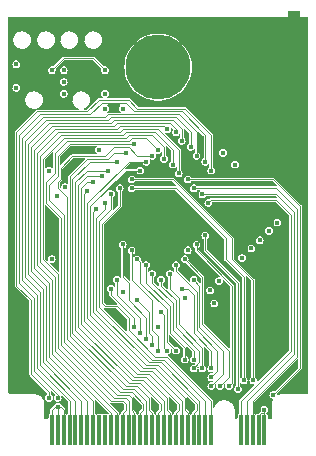
<source format=gbr>
%TF.GenerationSoftware,KiCad,Pcbnew,7.0.1*%
%TF.CreationDate,2023-06-21T13:58:23+02:00*%
%TF.ProjectId,rtl872xd-dev-board,72746c38-3732-4786-942d-6465762d626f,0.1.0*%
%TF.SameCoordinates,Original*%
%TF.FileFunction,Copper,L4,Bot*%
%TF.FilePolarity,Positive*%
%FSLAX46Y46*%
G04 Gerber Fmt 4.6, Leading zero omitted, Abs format (unit mm)*
G04 Created by KiCad (PCBNEW 7.0.1) date 2023-06-21 13:58:23*
%MOMM*%
%LPD*%
G01*
G04 APERTURE LIST*
%TA.AperFunction,SMDPad,CuDef*%
%ADD10R,0.350000X2.500000*%
%TD*%
%TA.AperFunction,ComponentPad*%
%ADD11C,5.500000*%
%TD*%
%TA.AperFunction,ComponentPad*%
%ADD12R,1.070000X1.000000*%
%TD*%
%TA.AperFunction,ViaPad*%
%ADD13C,0.400000*%
%TD*%
%TA.AperFunction,Conductor*%
%ADD14C,0.100000*%
%TD*%
G04 APERTURE END LIST*
D10*
%TO.P,J2,2,3.3V*%
%TO.N,+3V3*%
X136000000Y-144000000D03*
%TO.P,J2,4,3.3V*%
X135500000Y-144000000D03*
%TO.P,J2,6,~{FULL_CARD_POWER_OFF}*%
%TO.N,/PA12*%
X135000000Y-144000000D03*
%TO.P,J2,8,~{W_DISABLE1}*%
%TO.N,/PA10*%
X134500000Y-144000000D03*
%TO.P,J2,10,GPIO_9/DAS/~{DSS}/~{LED1}*%
%TO.N,/PA9*%
X134000000Y-144000000D03*
%TO.P,J2,20,GPIO_5*%
%TO.N,/PB1*%
X131500000Y-144000000D03*
%TO.P,J2,22,GPIO_6*%
%TO.N,/PB4*%
X131000000Y-144000000D03*
%TO.P,J2,24,GPIO_7*%
%TO.N,/PB6*%
X130500000Y-144000000D03*
%TO.P,J2,26,GPIO_10*%
%TO.N,/VBAT_MEAS*%
X130000000Y-144000000D03*
%TO.P,J2,28,GPIO_8*%
%TO.N,/PB0*%
X129500000Y-144000000D03*
%TO.P,J2,30,UIM-RESET*%
%TO.N,/SWD.SWDIO*%
X129000000Y-144000000D03*
%TO.P,J2,32,UIM-CLK*%
%TO.N,/PB7*%
X128500000Y-144000000D03*
%TO.P,J2,34,UIM-DATA*%
%TO.N,/PB5*%
X128000000Y-144000000D03*
%TO.P,J2,36,UIM-PWR*%
%TO.N,/PB3*%
X127500000Y-144000000D03*
%TO.P,J2,38,DEVSLP*%
%TO.N,/PB2*%
X127000000Y-144000000D03*
%TO.P,J2,40,GPIO_0*%
%TO.N,/PA28*%
X126500000Y-144000000D03*
%TO.P,J2,42,GPIO_1*%
%TO.N,/PA30*%
X126000000Y-144000000D03*
%TO.P,J2,44,GPIO_2*%
%TO.N,/PA24*%
X125500000Y-144000000D03*
%TO.P,J2,46,GPIO_3*%
%TO.N,/PA31*%
X125000000Y-144000000D03*
%TO.P,J2,48,GPIO_4*%
%TO.N,/PA22*%
X124500000Y-144000000D03*
%TO.P,J2,50,~{PERST}*%
%TO.N,/PA20*%
X124000000Y-144000000D03*
%TO.P,J2,52,~{CLKREQ}*%
%TO.N,/PA18*%
X123500000Y-144000000D03*
%TO.P,J2,54,~{PEWAKE}*%
%TO.N,/PA16*%
X123000000Y-144000000D03*
%TO.P,J2,56,NC*%
%TO.N,unconnected-(J2-NC-Pad56)*%
X122500000Y-144000000D03*
%TO.P,J2,58,NC*%
%TO.N,unconnected-(J2-NC-Pad58)*%
X122000000Y-144000000D03*
%TO.P,J2,60,COEX3*%
%TO.N,/PA23*%
X121500000Y-144000000D03*
%TO.P,J2,62,COEX2*%
%TO.N,/PA21*%
X121000000Y-144000000D03*
%TO.P,J2,64,COEX1*%
%TO.N,/PA19*%
X120500000Y-144000000D03*
%TO.P,J2,66,SIM_DETECT*%
%TO.N,/PA17*%
X120000000Y-144000000D03*
%TO.P,J2,68,SUSCLK*%
%TO.N,/PA15*%
X119500000Y-144000000D03*
%TO.P,J2,70,3.3V*%
%TO.N,+3V3*%
X119000000Y-144000000D03*
%TO.P,J2,72,3.3V*%
X118500000Y-144000000D03*
%TO.P,J2,74,3.3V*%
X118000000Y-144000000D03*
D11*
%TO.P,J2,MOUNTING-HOLE2*%
%TO.N,N/C*%
X127000000Y-113250000D03*
%TD*%
D12*
%TO.P,AE1,2,Shield*%
%TO.N,GND*%
X138500000Y-109000000D03*
%TD*%
D13*
%TO.N,/PB1*%
X123750000Y-123500000D03*
%TO.N,/PB30*%
X127750000Y-137250000D03*
X127250000Y-134000000D03*
%TO.N,/PB28*%
X125250000Y-133000000D03*
X126500000Y-136750000D03*
%TO.N,/PA0*%
X130000000Y-138750000D03*
X127250000Y-131250000D03*
%TO.N,/PA4*%
X131500000Y-138750000D03*
X129000000Y-132000000D03*
%TO.N,/PA2*%
X128000000Y-130750000D03*
X130750000Y-138750000D03*
%TO.N,/PA1*%
X131500000Y-140250000D03*
X130000000Y-131250000D03*
%TO.N,GND*%
X121000000Y-110000000D03*
X118000000Y-112000000D03*
X117750000Y-121250000D03*
X124250000Y-124250000D03*
X131000000Y-110000000D03*
X126750000Y-142000000D03*
X136000000Y-110000000D03*
X135500000Y-141750000D03*
X137000000Y-110000000D03*
X133500000Y-141500000D03*
X115000000Y-114000000D03*
X122000000Y-110000000D03*
X123750000Y-142000000D03*
X119000000Y-110000000D03*
X132750000Y-132000000D03*
X115000000Y-110000000D03*
X122000000Y-112000000D03*
X138000000Y-110000000D03*
X118000000Y-127750000D03*
X123000000Y-128000000D03*
X118000000Y-110000000D03*
X132000000Y-110000000D03*
X126000000Y-110000000D03*
X123250000Y-116750000D03*
X128250000Y-142000000D03*
X132500000Y-125500000D03*
X124000000Y-110000000D03*
X123500000Y-127500000D03*
X120000000Y-110000000D03*
X139000000Y-110000000D03*
X119250000Y-122000000D03*
X121250000Y-120250000D03*
X133000000Y-126000000D03*
X117000000Y-110000000D03*
X125250000Y-142000000D03*
X129000000Y-110000000D03*
X123000000Y-110000000D03*
X122500000Y-114500000D03*
X129750000Y-142000000D03*
X132000000Y-125000000D03*
X130000000Y-110000000D03*
X133000000Y-110000000D03*
X116000000Y-110000000D03*
X125000000Y-110000000D03*
X127000000Y-110000000D03*
X122000000Y-142250000D03*
X132500000Y-133000000D03*
X128000000Y-110000000D03*
X123500000Y-134250000D03*
%TO.N,/PA5*%
X131500000Y-139500000D03*
X128500000Y-130000000D03*
%TO.N,/PA6*%
X132250000Y-140250000D03*
X129250000Y-129500000D03*
%TO.N,/PA9*%
X131250000Y-124750000D03*
%TO.N,/PA10*%
X130750000Y-124000000D03*
%TO.N,/PA11*%
X131500000Y-122000000D03*
X117750000Y-141250000D03*
%TO.N,/PA12*%
X130000000Y-123500000D03*
%TO.N,/PA13*%
X118500000Y-141250000D03*
X131000000Y-121250000D03*
%TO.N,/PA14*%
X136750000Y-141000000D03*
X129500000Y-122750000D03*
%TO.N,/PA15*%
X130250000Y-120750000D03*
%TO.N,/PA16*%
X128750000Y-122250000D03*
%TO.N,/PA17*%
X129750000Y-120000000D03*
%TO.N,/PA18*%
X128250000Y-121500000D03*
%TO.N,/PA19*%
X129000000Y-119500000D03*
%TO.N,/PA20*%
X127500000Y-121000000D03*
%TO.N,/PA21*%
X128500000Y-118750000D03*
%TO.N,/PA22*%
X127000000Y-120250000D03*
%TO.N,/PA23*%
X127750000Y-118500000D03*
%TO.N,/PA24*%
X126500000Y-120750000D03*
%TO.N,/PA31*%
X125000000Y-119750000D03*
%TO.N,/PB0*%
X125500000Y-122000000D03*
%TO.N,/PA30*%
X124250000Y-120500000D03*
%TO.N,/PA28*%
X123500000Y-121250000D03*
%TO.N,/PB2*%
X122750000Y-122000000D03*
%TO.N,/PB3*%
X119000000Y-113500000D03*
X122250000Y-122500000D03*
%TO.N,/PB4*%
X123000000Y-123979899D03*
%TO.N,/PB5*%
X121500000Y-123000000D03*
%TO.N,/PB6*%
X122500000Y-124750000D03*
%TO.N,/PB7*%
X121000000Y-123750000D03*
%TO.N,/PB18*%
X126000000Y-136250000D03*
X124000000Y-128250000D03*
%TO.N,/PB20*%
X127000000Y-137250000D03*
X124750000Y-128750000D03*
%TO.N,/PB21*%
X123500000Y-131250000D03*
X125500000Y-135750000D03*
%TO.N,/PB22*%
X125250000Y-129500000D03*
X128500000Y-137250000D03*
%TO.N,+3V3*%
X133500000Y-121500000D03*
X122500000Y-115500000D03*
X124000000Y-116750000D03*
X137100000Y-126400000D03*
X118500000Y-142000000D03*
X136400000Y-127100000D03*
X131750000Y-133250000D03*
X122000000Y-120250000D03*
X132150000Y-131350000D03*
X118400000Y-124150000D03*
X136000000Y-142250000D03*
X119000000Y-115500000D03*
X129250000Y-132750002D03*
X118000000Y-129480000D03*
X134100000Y-129400000D03*
X127000000Y-135250000D03*
%TO.N,/PB23*%
X125000000Y-135250000D03*
X123000000Y-132000000D03*
%TO.N,/PB29*%
X129250000Y-138000000D03*
X126000000Y-130000000D03*
%TO.N,VDD*%
X119100000Y-123400000D03*
X124000000Y-132250000D03*
X117750000Y-122000000D03*
X131400000Y-132150000D03*
X134900000Y-128600000D03*
X132500000Y-120500000D03*
X122500000Y-116750000D03*
X135600000Y-127900000D03*
%TO.N,/PB31*%
X126500000Y-130750000D03*
X130000000Y-138000000D03*
%TO.N,/VBAT_MEAS*%
X121750000Y-125250000D03*
%TO.N,/USB.D-*%
X124750000Y-123500000D03*
X134250000Y-139750000D03*
%TO.N,/USB.D+*%
X124750000Y-122750000D03*
X135050000Y-139750000D03*
%TO.N,/~{RESET}*%
X129500000Y-128750000D03*
X122500000Y-113500000D03*
X118000000Y-113500000D03*
%TO.N,/SWD.SWDIO*%
X119000000Y-114500000D03*
X126000000Y-121250000D03*
%TO.N,/UART_{LOG}.TX*%
X130250000Y-128250000D03*
X115000000Y-115000000D03*
X133000000Y-140250000D03*
%TO.N,/UART_{LOG}.RX*%
X133750000Y-140500000D03*
X115000000Y-113000000D03*
X131000000Y-127500000D03*
%TD*%
D14*
%TO.N,/PB1*%
X122250000Y-133250000D02*
X122250000Y-126500000D01*
X127750000Y-137750000D02*
X126750000Y-137750000D01*
X123750000Y-125000000D02*
X123750000Y-123500000D01*
X131500000Y-141500000D02*
X127750000Y-137750000D01*
X124500000Y-135500000D02*
X124500000Y-134500000D01*
X122500000Y-133500000D02*
X122250000Y-133250000D01*
X131500000Y-144000000D02*
X131500000Y-141500000D01*
X124500000Y-134500000D02*
X123500000Y-133500000D01*
X126750000Y-137750000D02*
X124500000Y-135500000D01*
X122250000Y-126500000D02*
X123750000Y-125000000D01*
X123500000Y-133500000D02*
X122500000Y-133500000D01*
%TO.N,/PB30*%
X127500000Y-137000000D02*
X127750000Y-137250000D01*
X127500000Y-134250000D02*
X127500000Y-137000000D01*
X127250000Y-134000000D02*
X127500000Y-134250000D01*
%TO.N,/PB28*%
X126250000Y-135750000D02*
X126500000Y-136000000D01*
X126250000Y-134000000D02*
X126250000Y-135750000D01*
X125250000Y-133000000D02*
X126250000Y-134000000D01*
X126500000Y-136000000D02*
X126500000Y-136750000D01*
%TO.N,/PA0*%
X130500000Y-138250000D02*
X130000000Y-138750000D01*
X128500000Y-135250000D02*
X130500000Y-137250000D01*
X130500000Y-137250000D02*
X130500000Y-138250000D01*
X127250000Y-131250000D02*
X127250000Y-131750000D01*
X127250000Y-131750000D02*
X128500000Y-133000000D01*
X128500000Y-133000000D02*
X128500000Y-135250000D01*
%TO.N,/PA4*%
X131500000Y-137250000D02*
X131500000Y-138750000D01*
X129500000Y-132000000D02*
X130000000Y-132500000D01*
X129000000Y-132000000D02*
X129500000Y-132000000D01*
X130000000Y-132500000D02*
X130000000Y-135750000D01*
X130000000Y-135750000D02*
X131500000Y-137250000D01*
%TO.N,/PA2*%
X128000000Y-130750000D02*
X128000000Y-132000000D01*
X128750000Y-132750000D02*
X128750000Y-135000000D01*
X130750000Y-137000000D02*
X130750000Y-138750000D01*
X128750000Y-135000000D02*
X130750000Y-137000000D01*
X128000000Y-132000000D02*
X128750000Y-132750000D01*
%TO.N,/PA1*%
X130500000Y-131750000D02*
X130500000Y-135250000D01*
X130000000Y-131250000D02*
X130500000Y-131750000D01*
X132500000Y-139250000D02*
X131500000Y-140250000D01*
X130500000Y-135250000D02*
X132500000Y-137250000D01*
X132500000Y-137250000D02*
X132500000Y-139250000D01*
%TO.N,/PA5*%
X132000000Y-139000000D02*
X132000000Y-137250000D01*
X128500000Y-130500000D02*
X128500000Y-130000000D01*
X130250000Y-135500000D02*
X130250000Y-132250000D01*
X130250000Y-132250000D02*
X128500000Y-130500000D01*
X132000000Y-137250000D02*
X130250000Y-135500000D01*
X131500000Y-139500000D02*
X132000000Y-139000000D01*
%TO.N,/PA6*%
X133000000Y-139500000D02*
X132250000Y-140250000D01*
X130750000Y-131000000D02*
X130750000Y-135000000D01*
X129250000Y-129500000D02*
X130750000Y-131000000D01*
X133000000Y-137250000D02*
X133000000Y-139500000D01*
X130750000Y-135000000D02*
X133000000Y-137250000D01*
%TO.N,/PA9*%
X138250000Y-125750000D02*
X137000000Y-124500000D01*
X137000000Y-124500000D02*
X131500000Y-124500000D01*
X138250000Y-137250000D02*
X138250000Y-125750000D01*
X134000000Y-141500000D02*
X138250000Y-137250000D01*
X134000000Y-144000000D02*
X134000000Y-141500000D01*
X131500000Y-124500000D02*
X131250000Y-124750000D01*
%TO.N,/PA10*%
X134500000Y-144000000D02*
X134500000Y-141500000D01*
X134500000Y-141500000D02*
X138500000Y-137500000D01*
X138500000Y-125500000D02*
X137000000Y-124000000D01*
X138500000Y-137500000D02*
X138500000Y-125500000D01*
X137000000Y-124000000D02*
X130750000Y-124000000D01*
%TO.N,/PA11*%
X125250000Y-116750000D02*
X129250000Y-116750000D01*
X116750000Y-117000000D02*
X121000000Y-117000000D01*
X121000000Y-117000000D02*
X122000000Y-116000000D01*
X117750000Y-140750000D02*
X116250000Y-139250000D01*
X124500000Y-116000000D02*
X125250000Y-116750000D01*
X117750000Y-141250000D02*
X117750000Y-140750000D01*
X116250000Y-139250000D02*
X116250000Y-133000000D01*
X129250000Y-116750000D02*
X131500000Y-119000000D01*
X122000000Y-116000000D02*
X124500000Y-116000000D01*
X115000000Y-131750000D02*
X115000000Y-118750000D01*
X116250000Y-133000000D02*
X115000000Y-131750000D01*
X115000000Y-118750000D02*
X116750000Y-117000000D01*
X131500000Y-119000000D02*
X131500000Y-122000000D01*
%TO.N,/PA12*%
X137000000Y-123500000D02*
X130000000Y-123500000D01*
X135000000Y-144000000D02*
X135000000Y-141500000D01*
X138750000Y-125250000D02*
X137000000Y-123500000D01*
X135000000Y-141500000D02*
X138750000Y-137750000D01*
X138750000Y-137750000D02*
X138750000Y-125250000D01*
%TO.N,/PA13*%
X117000000Y-117250000D02*
X121250000Y-117250000D01*
X131000000Y-119000000D02*
X131000000Y-121250000D01*
X116500000Y-132750000D02*
X115250000Y-131500000D01*
X125000000Y-117000000D02*
X129000000Y-117000000D01*
X124250000Y-116250000D02*
X125000000Y-117000000D01*
X116500000Y-139000000D02*
X116500000Y-132750000D01*
X121250000Y-117250000D02*
X122250000Y-116250000D01*
X129000000Y-117000000D02*
X131000000Y-119000000D01*
X115250000Y-119000000D02*
X117000000Y-117250000D01*
X122250000Y-116250000D02*
X124250000Y-116250000D01*
X115250000Y-131500000D02*
X115250000Y-119000000D01*
X118500000Y-141250000D02*
X118500000Y-141000000D01*
X118500000Y-141000000D02*
X116500000Y-139000000D01*
%TO.N,/PA14*%
X129500000Y-122750000D02*
X136750000Y-122750000D01*
X139000000Y-138750000D02*
X136750000Y-141000000D01*
X139000000Y-125000000D02*
X139000000Y-138750000D01*
X136750000Y-122750000D02*
X139000000Y-125000000D01*
%TO.N,/PA15*%
X116750000Y-138750000D02*
X119500000Y-141500000D01*
X128750000Y-117250000D02*
X122750000Y-117250000D01*
X122500000Y-117500000D02*
X122750000Y-117250000D01*
X130250000Y-120750000D02*
X130250000Y-118750000D01*
X116750000Y-132500000D02*
X116750000Y-138750000D01*
X117250000Y-117500000D02*
X122500000Y-117500000D01*
X115500000Y-131250000D02*
X116750000Y-132500000D01*
X119500000Y-141500000D02*
X119500000Y-144000000D01*
X115500000Y-119250000D02*
X115500000Y-131250000D01*
X117250000Y-117500000D02*
X115500000Y-119250000D01*
X130250000Y-118750000D02*
X128750000Y-117250000D01*
%TO.N,/PA16*%
X123000000Y-144000000D02*
X123000000Y-142500000D01*
X128750000Y-120250000D02*
X128750000Y-122250000D01*
X123000000Y-142500000D02*
X118000000Y-137500000D01*
X118500000Y-118750000D02*
X123750000Y-118750000D01*
X118000000Y-131250000D02*
X116750000Y-130000000D01*
X116750000Y-120500000D02*
X118500000Y-118750000D01*
X118000000Y-137500000D02*
X118000000Y-131250000D01*
X123750000Y-118750000D02*
X124000000Y-118500000D01*
X127000000Y-118500000D02*
X128750000Y-120250000D01*
X116750000Y-130000000D02*
X116750000Y-120500000D01*
X124000000Y-118500000D02*
X127000000Y-118500000D01*
%TO.N,/PA17*%
X115750000Y-131000000D02*
X117000000Y-132250000D01*
X122750000Y-117750000D02*
X123000000Y-117500000D01*
X129750000Y-120000000D02*
X129750000Y-118750000D01*
X117500000Y-117750000D02*
X115750000Y-119500000D01*
X128500000Y-117500000D02*
X123000000Y-117500000D01*
X129750000Y-118750000D02*
X128500000Y-117500000D01*
X117000000Y-132250000D02*
X117000000Y-138500000D01*
X117000000Y-138500000D02*
X120000000Y-141500000D01*
X117500000Y-117750000D02*
X122750000Y-117750000D01*
X115750000Y-119500000D02*
X115750000Y-131000000D01*
X120000000Y-141500000D02*
X120000000Y-144000000D01*
%TO.N,/PA18*%
X118750000Y-119000000D02*
X124000000Y-119000000D01*
X124250000Y-118750000D02*
X126750000Y-118750000D01*
X117000000Y-129750000D02*
X117000000Y-120750000D01*
X117000000Y-120750000D02*
X118750000Y-119000000D01*
X118250000Y-131000000D02*
X117000000Y-129750000D01*
X123500000Y-144000000D02*
X123500000Y-142500000D01*
X126750000Y-118750000D02*
X128250000Y-120250000D01*
X118250000Y-137250000D02*
X118250000Y-131000000D01*
X128250000Y-120250000D02*
X128250000Y-121500000D01*
X124000000Y-119000000D02*
X124250000Y-118750000D01*
X123500000Y-142500000D02*
X118250000Y-137250000D01*
%TO.N,/PA19*%
X117750000Y-118000000D02*
X123000000Y-118000000D01*
X129000000Y-118500000D02*
X128250000Y-117750000D01*
X120500000Y-141500000D02*
X120500000Y-144000000D01*
X123000000Y-118000000D02*
X123250000Y-117750000D01*
X116000000Y-130750000D02*
X117250000Y-132000000D01*
X129000000Y-119500000D02*
X129000000Y-118500000D01*
X117750000Y-118000000D02*
X116000000Y-119750000D01*
X117250000Y-138250000D02*
X120500000Y-141500000D01*
X128250000Y-117750000D02*
X123250000Y-117750000D01*
X116000000Y-119750000D02*
X116000000Y-130750000D01*
X117250000Y-132000000D02*
X117250000Y-138250000D01*
%TO.N,/PA20*%
X119000000Y-119250000D02*
X124250000Y-119250000D01*
X123000000Y-141500000D02*
X118500000Y-137000000D01*
X124250000Y-119250000D02*
X124500000Y-119000000D01*
X126500000Y-119000000D02*
X127500000Y-120000000D01*
X118500000Y-137000000D02*
X118500000Y-130750000D01*
X124000000Y-142500000D02*
X124250000Y-142250000D01*
X124250000Y-141750000D02*
X124000000Y-141500000D01*
X117250000Y-121000000D02*
X119000000Y-119250000D01*
X124250000Y-142250000D02*
X124250000Y-141750000D01*
X124000000Y-144000000D02*
X124000000Y-142500000D01*
X117250000Y-129500000D02*
X117250000Y-121000000D01*
X118500000Y-130750000D02*
X117250000Y-129500000D01*
X124500000Y-119000000D02*
X126500000Y-119000000D01*
X127500000Y-120000000D02*
X127500000Y-121000000D01*
X124000000Y-141500000D02*
X123000000Y-141500000D01*
%TO.N,/PA21*%
X128500000Y-118500000D02*
X128000000Y-118000000D01*
X121000000Y-141500000D02*
X121000000Y-144000000D01*
X116250000Y-120000000D02*
X116250000Y-130500000D01*
X117500000Y-138000000D02*
X121000000Y-141500000D01*
X118000000Y-118250000D02*
X123250000Y-118250000D01*
X123250000Y-118250000D02*
X123500000Y-118000000D01*
X118000000Y-118250000D02*
X116250000Y-120000000D01*
X117500000Y-131750000D02*
X117500000Y-138000000D01*
X128000000Y-118000000D02*
X123500000Y-118000000D01*
X128500000Y-118750000D02*
X128500000Y-118500000D01*
X116250000Y-130500000D02*
X117500000Y-131750000D01*
%TO.N,/PA22*%
X118250000Y-120500000D02*
X118250000Y-122250000D01*
X127000000Y-120250000D02*
X126000000Y-119250000D01*
X119250000Y-119500000D02*
X124500000Y-119500000D01*
X117500000Y-124750000D02*
X118750000Y-126000000D01*
X118750000Y-126000000D02*
X118750000Y-136750000D01*
X119250000Y-119500000D02*
X118250000Y-120500000D01*
X124500000Y-119500000D02*
X124750000Y-119250000D01*
X118750000Y-136750000D02*
X123250000Y-141250000D01*
X124500000Y-141500000D02*
X124500000Y-144000000D01*
X118250000Y-122250000D02*
X117500000Y-123000000D01*
X126000000Y-119250000D02*
X124750000Y-119250000D01*
X123250000Y-141250000D02*
X124250000Y-141250000D01*
X124250000Y-141250000D02*
X124500000Y-141500000D01*
X117500000Y-123000000D02*
X117500000Y-124750000D01*
%TO.N,/PA23*%
X121500000Y-141500000D02*
X121500000Y-144000000D01*
X117750000Y-137750000D02*
X121500000Y-141500000D01*
X118250000Y-118500000D02*
X123500000Y-118500000D01*
X127750000Y-118500000D02*
X127500000Y-118250000D01*
X116500000Y-130250000D02*
X117750000Y-131500000D01*
X123500000Y-118500000D02*
X123750000Y-118250000D01*
X118250000Y-118500000D02*
X116500000Y-120250000D01*
X127500000Y-118250000D02*
X123750000Y-118250000D01*
X117750000Y-131500000D02*
X117750000Y-137750000D01*
X116500000Y-120250000D02*
X116500000Y-130250000D01*
%TO.N,/PA24*%
X125500000Y-142500000D02*
X125750000Y-142250000D01*
X125500000Y-144000000D02*
X125500000Y-142500000D01*
X119250000Y-136250000D02*
X119250000Y-124250000D01*
X119250000Y-124250000D02*
X118500000Y-123500000D01*
X122500000Y-120750000D02*
X123250000Y-120000000D01*
X125750000Y-141750000D02*
X124750000Y-140750000D01*
X119750000Y-120750000D02*
X122500000Y-120750000D01*
X118750000Y-121750000D02*
X119750000Y-120750000D01*
X123750000Y-140750000D02*
X119250000Y-136250000D01*
X118750000Y-122750000D02*
X118750000Y-121750000D01*
X125250000Y-120750000D02*
X126500000Y-120750000D01*
X118500000Y-123500000D02*
X118500000Y-123000000D01*
X118500000Y-123000000D02*
X118750000Y-122750000D01*
X123250000Y-120000000D02*
X124500000Y-120000000D01*
X125750000Y-142250000D02*
X125750000Y-141750000D01*
X124750000Y-140750000D02*
X123750000Y-140750000D01*
X124500000Y-120000000D02*
X125250000Y-120750000D01*
%TO.N,/PA31*%
X119500000Y-119750000D02*
X118500000Y-120750000D01*
X124750000Y-141250000D02*
X124750000Y-142250000D01*
X119000000Y-136500000D02*
X123500000Y-141000000D01*
X124750000Y-142250000D02*
X125000000Y-142500000D01*
X118500000Y-122500000D02*
X117750000Y-123250000D01*
X117750000Y-123250000D02*
X117750000Y-124500000D01*
X117750000Y-124500000D02*
X119000000Y-125750000D01*
X119000000Y-125750000D02*
X119000000Y-136500000D01*
X125000000Y-119750000D02*
X119500000Y-119750000D01*
X125000000Y-142500000D02*
X125000000Y-144000000D01*
X118500000Y-120750000D02*
X118500000Y-122500000D01*
X124500000Y-141000000D02*
X124750000Y-141250000D01*
X123500000Y-141000000D02*
X124500000Y-141000000D01*
%TO.N,/PB0*%
X121250000Y-134250000D02*
X121250000Y-125000000D01*
X125750000Y-138750000D02*
X121250000Y-134250000D01*
X124250000Y-122000000D02*
X125500000Y-122000000D01*
X129500000Y-142500000D02*
X129250000Y-142250000D01*
X129500000Y-144000000D02*
X129500000Y-142500000D01*
X126733579Y-138750000D02*
X125750000Y-138750000D01*
X129250000Y-142250000D02*
X129250000Y-141266421D01*
X121250000Y-125000000D02*
X124250000Y-122000000D01*
X129250000Y-141266421D02*
X126733579Y-138750000D01*
%TO.N,/PA30*%
X119500000Y-136000000D02*
X124000000Y-140500000D01*
X125000000Y-140500000D02*
X126000000Y-141500000D01*
X122750000Y-121000000D02*
X121000000Y-121000000D01*
X123250000Y-120500000D02*
X122750000Y-121000000D01*
X126000000Y-141500000D02*
X126000000Y-144000000D01*
X124250000Y-120500000D02*
X123250000Y-120500000D01*
X119500000Y-122500000D02*
X119500000Y-136000000D01*
X124000000Y-140500000D02*
X125000000Y-140500000D01*
X121000000Y-121000000D02*
X119500000Y-122500000D01*
%TO.N,/PA28*%
X119750000Y-135750000D02*
X119750000Y-122750000D01*
X126500000Y-144000000D02*
X126500000Y-142500000D01*
X124250000Y-140250000D02*
X119750000Y-135750000D01*
X119750000Y-122750000D02*
X121250000Y-121250000D01*
X126250000Y-142250000D02*
X126250000Y-141250000D01*
X125250000Y-140250000D02*
X124250000Y-140250000D01*
X126250000Y-141250000D02*
X125250000Y-140250000D01*
X126500000Y-142500000D02*
X126250000Y-142250000D01*
X121250000Y-121250000D02*
X123500000Y-121250000D01*
%TO.N,/PB2*%
X124500000Y-140000000D02*
X120000000Y-135500000D01*
X127250000Y-141750000D02*
X125500000Y-140000000D01*
X121000000Y-122000000D02*
X122750000Y-122000000D01*
X120000000Y-135500000D02*
X120000000Y-123000000D01*
X125500000Y-140000000D02*
X124500000Y-140000000D01*
X127250000Y-142250000D02*
X127250000Y-141750000D01*
X127000000Y-144000000D02*
X127000000Y-142500000D01*
X127000000Y-142500000D02*
X127250000Y-142250000D01*
X120000000Y-123000000D02*
X121000000Y-122000000D01*
%TO.N,/PB3*%
X124750000Y-139750000D02*
X120250000Y-135250000D01*
X120250000Y-123250000D02*
X121000000Y-122500000D01*
X127500000Y-144000000D02*
X127500000Y-141500000D01*
X121000000Y-122500000D02*
X122250000Y-122500000D01*
X127500000Y-141500000D02*
X125750000Y-139750000D01*
X120250000Y-135250000D02*
X120250000Y-123250000D01*
X125750000Y-139750000D02*
X124750000Y-139750000D01*
%TO.N,/PB4*%
X131000000Y-141500000D02*
X127500000Y-138000000D01*
X122000000Y-126250000D02*
X123000000Y-125250000D01*
X127500000Y-138000000D02*
X126483579Y-138000000D01*
X123000000Y-125250000D02*
X123000000Y-123979899D01*
X126483579Y-138000000D02*
X122000000Y-133516421D01*
X122000000Y-133516421D02*
X122000000Y-126250000D01*
X131000000Y-144000000D02*
X131000000Y-141500000D01*
%TO.N,/PB5*%
X125000000Y-139500000D02*
X120500000Y-135000000D01*
X128000000Y-142500000D02*
X127750000Y-142250000D01*
X126000000Y-139500000D02*
X125000000Y-139500000D01*
X128000000Y-144000000D02*
X128000000Y-142500000D01*
X121000000Y-123000000D02*
X121500000Y-123000000D01*
X127750000Y-142250000D02*
X127750000Y-141250000D01*
X120500000Y-123500000D02*
X121000000Y-123000000D01*
X120500000Y-135000000D02*
X120500000Y-123500000D01*
X127750000Y-141250000D02*
X126000000Y-139500000D01*
%TO.N,/PB6*%
X121750000Y-133782842D02*
X121750000Y-126000000D01*
X122500000Y-125250000D02*
X122500000Y-124750000D01*
X130500000Y-141500000D02*
X127250000Y-138250000D01*
X126217158Y-138250000D02*
X121750000Y-133782842D01*
X121750000Y-126000000D02*
X122500000Y-125250000D01*
X127250000Y-138250000D02*
X126217158Y-138250000D01*
X130500000Y-144000000D02*
X130500000Y-141500000D01*
%TO.N,/PB7*%
X126250000Y-139250000D02*
X125250000Y-139250000D01*
X120750000Y-134750000D02*
X120750000Y-124000000D01*
X125250000Y-139250000D02*
X120750000Y-134750000D01*
X128500000Y-142500000D02*
X128750000Y-142250000D01*
X128750000Y-142250000D02*
X128750000Y-141750000D01*
X120750000Y-124000000D02*
X121000000Y-123750000D01*
X128500000Y-144000000D02*
X128500000Y-142500000D01*
X128750000Y-141750000D02*
X126250000Y-139250000D01*
%TO.N,/PB18*%
X124000000Y-131000000D02*
X124500000Y-131500000D01*
X126000000Y-134500000D02*
X126000000Y-136250000D01*
X124000000Y-128250000D02*
X124000000Y-131000000D01*
X124500000Y-132250000D02*
X124500000Y-133000000D01*
X124500000Y-133000000D02*
X126000000Y-134500000D01*
X124500000Y-131500000D02*
X124500000Y-132500000D01*
%TO.N,/PB20*%
X127000000Y-136000000D02*
X126500000Y-135500000D01*
X124750000Y-131250000D02*
X124750000Y-128750000D01*
X127000000Y-137250000D02*
X127000000Y-136000000D01*
X126500000Y-133000000D02*
X124750000Y-131250000D01*
X126500000Y-135500000D02*
X126500000Y-133000000D01*
%TO.N,/PB21*%
X123500000Y-132500000D02*
X125500000Y-134500000D01*
X123500000Y-131250000D02*
X123500000Y-132500000D01*
X125500000Y-134500000D02*
X125500000Y-135750000D01*
%TO.N,/PB22*%
X127750000Y-133750000D02*
X127750000Y-136500000D01*
X125500000Y-129750000D02*
X125500000Y-131500000D01*
X127750000Y-136500000D02*
X128500000Y-137250000D01*
X125500000Y-131500000D02*
X127750000Y-133750000D01*
X125250000Y-129500000D02*
X125500000Y-129750000D01*
%TO.N,+3V3*%
X135500000Y-142750000D02*
X135500000Y-144000000D01*
X118000000Y-142250000D02*
X118000000Y-144000000D01*
X118500000Y-142000000D02*
X118750000Y-142000000D01*
X119000000Y-142250000D02*
X119000000Y-144000000D01*
X118250000Y-142000000D02*
X118000000Y-142250000D01*
X118500000Y-142000000D02*
X118250000Y-142000000D01*
X136000000Y-142500000D02*
X136000000Y-144000000D01*
X135750000Y-142500000D02*
X135500000Y-142750000D01*
X118750000Y-142000000D02*
X119000000Y-142250000D01*
X118500000Y-142000000D02*
X118500000Y-144000000D01*
X136000000Y-142500000D02*
X136000000Y-142250000D01*
X136000000Y-142500000D02*
X135750000Y-142500000D01*
%TO.N,/PB23*%
X125000000Y-134500000D02*
X125000000Y-135250000D01*
X123000000Y-132000000D02*
X123000000Y-132500000D01*
X123000000Y-132500000D02*
X125000000Y-134500000D01*
%TO.N,/PB29*%
X126000000Y-130000000D02*
X126000000Y-131500000D01*
X126000000Y-131500000D02*
X128000000Y-133500000D01*
X129250000Y-137000000D02*
X129250000Y-138000000D01*
X128000000Y-135750000D02*
X129250000Y-137000000D01*
X128000000Y-133500000D02*
X128000000Y-135750000D01*
%TO.N,/PB31*%
X126500000Y-131500000D02*
X128250000Y-133250000D01*
X128250000Y-135500000D02*
X130000000Y-137250000D01*
X128250000Y-133250000D02*
X128250000Y-135500000D01*
X130000000Y-137250000D02*
X130000000Y-138000000D01*
X126500000Y-130750000D02*
X126500000Y-131500000D01*
%TO.N,/VBAT_MEAS*%
X130250000Y-142250000D02*
X130250000Y-141750000D01*
X121500000Y-125500000D02*
X121750000Y-125250000D01*
X127000000Y-138500000D02*
X126000000Y-138500000D01*
X130250000Y-141750000D02*
X127000000Y-138500000D01*
X126000000Y-138500000D02*
X121500000Y-134000000D01*
X130000000Y-144000000D02*
X130000000Y-142500000D01*
X121500000Y-134000000D02*
X121500000Y-125500000D01*
X130000000Y-142500000D02*
X130250000Y-142250000D01*
%TO.N,/USB.D-*%
X134250000Y-131000000D02*
X134250000Y-139750000D01*
X132750000Y-129500000D02*
X134250000Y-131000000D01*
X128500000Y-123500000D02*
X132750000Y-127750000D01*
X124750000Y-123500000D02*
X128500000Y-123500000D01*
X132750000Y-127750000D02*
X132750000Y-129500000D01*
%TO.N,/USB.D+*%
X133250000Y-127750000D02*
X133250000Y-129500000D01*
X128250000Y-122750000D02*
X133250000Y-127750000D01*
X133250000Y-129500000D02*
X135050000Y-131300000D01*
X135050000Y-131300000D02*
X135050000Y-139750000D01*
X124750000Y-122750000D02*
X128250000Y-122750000D01*
%TO.N,/~{RESET}*%
X118000000Y-113500000D02*
X119000000Y-112500000D01*
X119000000Y-112500000D02*
X121500000Y-112500000D01*
X121500000Y-112500000D02*
X122500000Y-113500000D01*
%TO.N,/SWD.SWDIO*%
X121000000Y-134500000D02*
X121000000Y-124750000D01*
X121000000Y-124750000D02*
X124500000Y-121250000D01*
X129000000Y-141500000D02*
X126500000Y-139000000D01*
X129000000Y-144000000D02*
X129000000Y-141500000D01*
X126500000Y-139000000D02*
X125500000Y-139000000D01*
X125500000Y-139000000D02*
X121000000Y-134500000D01*
X124500000Y-121250000D02*
X126000000Y-121250000D01*
%TO.N,/UART_{LOG}.TX*%
X133250000Y-140000000D02*
X133250000Y-131750000D01*
X130250000Y-128750000D02*
X130250000Y-128250000D01*
X133000000Y-140250000D02*
X133250000Y-140000000D01*
X133250000Y-131750000D02*
X130250000Y-128750000D01*
%TO.N,/UART_{LOG}.RX*%
X133750000Y-131500000D02*
X133750000Y-140500000D01*
X131000000Y-127500000D02*
X131000000Y-128750000D01*
X131000000Y-128750000D02*
X133750000Y-131500000D01*
%TD*%
%TA.AperFunction,Conductor*%
%TO.N,GND*%
G36*
X138835148Y-137946987D02*
G01*
X138849500Y-137981635D01*
X138849500Y-138667364D01*
X138845770Y-138686115D01*
X138835148Y-138702012D01*
X136869986Y-140667173D01*
X136845945Y-140680363D01*
X136818581Y-140678571D01*
X136807394Y-140674500D01*
X136692606Y-140674500D01*
X136584740Y-140713759D01*
X136496805Y-140787546D01*
X136439412Y-140886953D01*
X136419479Y-141000000D01*
X136439412Y-141113046D01*
X136496805Y-141212454D01*
X136584739Y-141286240D01*
X136700725Y-141328455D01*
X136700067Y-141330260D01*
X136715874Y-141335626D01*
X136733375Y-141361818D01*
X136731315Y-141393251D01*
X136680262Y-141516503D01*
X136649500Y-141671155D01*
X136649500Y-142951000D01*
X136635148Y-142985648D01*
X136600500Y-143000000D01*
X136324499Y-143000000D01*
X136289851Y-142985648D01*
X136275499Y-142951000D01*
X136275499Y-142740102D01*
X136269669Y-142710786D01*
X136247457Y-142677543D01*
X136235136Y-142669311D01*
X136214213Y-142655331D01*
X136214210Y-142655330D01*
X136189940Y-142650502D01*
X136161622Y-142633529D01*
X136150500Y-142602444D01*
X136150500Y-142571475D01*
X136155091Y-142550767D01*
X136168003Y-142533939D01*
X136253194Y-142462455D01*
X136310588Y-142363045D01*
X136330521Y-142250000D01*
X136310588Y-142136955D01*
X136297950Y-142115066D01*
X136253194Y-142037545D01*
X136165260Y-141963759D01*
X136057394Y-141924500D01*
X135942606Y-141924500D01*
X135834740Y-141963759D01*
X135746805Y-142037546D01*
X135689412Y-142136953D01*
X135669479Y-142250000D01*
X135682689Y-142324922D01*
X135681165Y-142348165D01*
X135669081Y-142368078D01*
X135615065Y-142422094D01*
X135615065Y-142422095D01*
X135422095Y-142615065D01*
X135402010Y-142635149D01*
X135367364Y-142649500D01*
X135315101Y-142649500D01*
X135285787Y-142655330D01*
X135277221Y-142661054D01*
X135249999Y-142669311D01*
X135222777Y-142661053D01*
X135214213Y-142655331D01*
X135214212Y-142655330D01*
X135214211Y-142655330D01*
X135189940Y-142650502D01*
X135161622Y-142633529D01*
X135150500Y-142602444D01*
X135150500Y-141582635D01*
X135164852Y-141547987D01*
X138765852Y-137946987D01*
X138800500Y-137932635D01*
X138835148Y-137946987D01*
G37*
%TD.AperFunction*%
%TA.AperFunction,Conductor*%
G36*
X139685148Y-109014352D02*
G01*
X139699500Y-109049000D01*
X139699500Y-140746142D01*
X139698897Y-140753808D01*
X139690949Y-140803985D01*
X139686211Y-140818565D01*
X139664921Y-140860349D01*
X139655910Y-140872751D01*
X139622751Y-140905910D01*
X139610349Y-140914921D01*
X139568565Y-140936211D01*
X139553985Y-140940949D01*
X139509831Y-140947942D01*
X139503806Y-140948897D01*
X139496142Y-140949500D01*
X137371155Y-140949500D01*
X137216503Y-140980262D01*
X137142938Y-141010733D01*
X137114278Y-141013451D01*
X137089039Y-140999604D01*
X137075932Y-140973972D01*
X137067310Y-140925077D01*
X137068833Y-140901834D01*
X137080915Y-140881922D01*
X139120431Y-138842409D01*
X139120431Y-138842407D01*
X139124462Y-138838377D01*
X139124463Y-138838374D01*
X139134935Y-138827904D01*
X139138573Y-138814321D01*
X139143466Y-138802508D01*
X139150500Y-138790327D01*
X139150501Y-138709673D01*
X139150500Y-138709671D01*
X139150500Y-124980186D01*
X139150500Y-124959673D01*
X139143467Y-124947491D01*
X139138574Y-124935679D01*
X139134935Y-124922096D01*
X139134933Y-124922094D01*
X139134933Y-124922093D01*
X139120431Y-124907591D01*
X136842409Y-122629570D01*
X136842408Y-122629569D01*
X136827905Y-122615065D01*
X136827902Y-122615063D01*
X136814322Y-122611425D01*
X136802505Y-122606531D01*
X136790327Y-122599500D01*
X136790324Y-122599499D01*
X136703973Y-122599499D01*
X136703965Y-122599500D01*
X129817253Y-122599500D01*
X129792753Y-122592935D01*
X129774818Y-122575000D01*
X129767508Y-122562339D01*
X129753194Y-122537545D01*
X129665261Y-122463760D01*
X129665260Y-122463759D01*
X129557394Y-122424500D01*
X129442606Y-122424500D01*
X129334740Y-122463759D01*
X129246805Y-122537546D01*
X129189412Y-122636953D01*
X129169479Y-122749999D01*
X129189412Y-122863046D01*
X129246805Y-122962454D01*
X129246806Y-122962455D01*
X129334739Y-123036240D01*
X129442606Y-123075500D01*
X129557394Y-123075500D01*
X129665261Y-123036240D01*
X129753194Y-122962455D01*
X129774818Y-122924999D01*
X129792753Y-122907065D01*
X129817253Y-122900500D01*
X136667365Y-122900500D01*
X136702013Y-122914852D01*
X137053012Y-123265851D01*
X137067364Y-123300499D01*
X137053012Y-123335147D01*
X137018364Y-123349499D01*
X136953973Y-123349499D01*
X136953965Y-123349500D01*
X130317253Y-123349500D01*
X130292753Y-123342935D01*
X130274818Y-123325000D01*
X130267508Y-123312339D01*
X130253194Y-123287545D01*
X130165261Y-123213760D01*
X130165260Y-123213759D01*
X130057394Y-123174500D01*
X129942606Y-123174500D01*
X129834740Y-123213759D01*
X129746805Y-123287546D01*
X129689412Y-123386953D01*
X129669479Y-123500000D01*
X129689412Y-123613046D01*
X129735954Y-123693659D01*
X129746806Y-123712455D01*
X129834739Y-123786240D01*
X129942606Y-123825500D01*
X130057394Y-123825500D01*
X130165261Y-123786240D01*
X130253194Y-123712455D01*
X130274818Y-123674999D01*
X130292753Y-123657065D01*
X130317253Y-123650500D01*
X130525504Y-123650500D01*
X130553609Y-123659362D01*
X130571549Y-123682741D01*
X130572834Y-123712182D01*
X130557001Y-123737035D01*
X130498881Y-123785804D01*
X130496805Y-123787546D01*
X130439412Y-123886953D01*
X130419479Y-123999999D01*
X130439412Y-124113046D01*
X130496805Y-124212454D01*
X130496806Y-124212455D01*
X130584739Y-124286240D01*
X130692606Y-124325500D01*
X130807394Y-124325500D01*
X130915261Y-124286240D01*
X131003194Y-124212455D01*
X131024818Y-124174999D01*
X131042753Y-124157065D01*
X131067253Y-124150500D01*
X136917365Y-124150500D01*
X136952013Y-124164852D01*
X137053012Y-124265851D01*
X137067364Y-124300499D01*
X137053012Y-124335147D01*
X137018364Y-124349499D01*
X136953973Y-124349499D01*
X136953965Y-124349500D01*
X131459671Y-124349500D01*
X131447494Y-124356531D01*
X131435678Y-124361425D01*
X131422098Y-124365063D01*
X131422094Y-124365066D01*
X131369984Y-124417174D01*
X131345943Y-124430363D01*
X131318580Y-124428570D01*
X131307397Y-124424500D01*
X131307394Y-124424500D01*
X131192606Y-124424500D01*
X131084740Y-124463759D01*
X130996805Y-124537546D01*
X130939412Y-124636953D01*
X130919479Y-124749999D01*
X130939412Y-124863046D01*
X130996805Y-124962454D01*
X130996806Y-124962455D01*
X131084739Y-125036240D01*
X131192606Y-125075500D01*
X131307394Y-125075500D01*
X131415261Y-125036240D01*
X131503194Y-124962455D01*
X131560588Y-124863045D01*
X131580521Y-124750000D01*
X131573116Y-124708006D01*
X131576379Y-124680092D01*
X131594446Y-124658561D01*
X131621372Y-124650500D01*
X136917365Y-124650500D01*
X136952013Y-124664852D01*
X138085148Y-125797987D01*
X138099500Y-125832635D01*
X138099500Y-137167365D01*
X138095770Y-137186116D01*
X138085148Y-137202013D01*
X135456878Y-139830282D01*
X135429684Y-139844064D01*
X135399604Y-139839097D01*
X135378283Y-139817306D01*
X135373975Y-139787125D01*
X135380521Y-139750002D01*
X135380521Y-139750000D01*
X135360588Y-139636955D01*
X135346953Y-139613339D01*
X135303194Y-139537545D01*
X135218003Y-139466061D01*
X135205091Y-139449233D01*
X135200500Y-139428525D01*
X135200500Y-131259674D01*
X135200500Y-131259673D01*
X135193466Y-131247491D01*
X135188573Y-131235678D01*
X135184935Y-131222096D01*
X135127905Y-131165065D01*
X135127904Y-131165064D01*
X135122282Y-131159442D01*
X135122281Y-131159442D01*
X133414852Y-129452013D01*
X133400500Y-129417365D01*
X133400500Y-129399999D01*
X133769479Y-129399999D01*
X133789412Y-129513046D01*
X133840782Y-129602021D01*
X133846806Y-129612455D01*
X133934739Y-129686240D01*
X134042606Y-129725500D01*
X134157394Y-129725500D01*
X134265261Y-129686240D01*
X134353194Y-129612455D01*
X134410588Y-129513045D01*
X134430521Y-129400000D01*
X134410588Y-129286955D01*
X134353194Y-129187545D01*
X134265261Y-129113760D01*
X134265260Y-129113759D01*
X134157394Y-129074500D01*
X134042606Y-129074500D01*
X133934740Y-129113759D01*
X133846805Y-129187546D01*
X133789412Y-129286953D01*
X133769479Y-129399999D01*
X133400500Y-129399999D01*
X133400500Y-128600000D01*
X134569479Y-128600000D01*
X134589412Y-128713046D01*
X134646805Y-128812454D01*
X134646806Y-128812455D01*
X134734739Y-128886240D01*
X134842606Y-128925500D01*
X134957394Y-128925500D01*
X135065261Y-128886240D01*
X135153194Y-128812455D01*
X135210588Y-128713045D01*
X135230521Y-128600000D01*
X135210588Y-128486955D01*
X135197196Y-128463760D01*
X135153194Y-128387545D01*
X135065260Y-128313759D01*
X134957394Y-128274500D01*
X134842606Y-128274500D01*
X134734740Y-128313759D01*
X134646805Y-128387546D01*
X134589412Y-128486953D01*
X134569479Y-128600000D01*
X133400500Y-128600000D01*
X133400500Y-127900000D01*
X135269479Y-127900000D01*
X135289412Y-128013046D01*
X135346805Y-128112454D01*
X135346806Y-128112455D01*
X135434739Y-128186240D01*
X135542606Y-128225500D01*
X135657394Y-128225500D01*
X135765261Y-128186240D01*
X135853194Y-128112455D01*
X135910588Y-128013045D01*
X135930521Y-127900000D01*
X135910588Y-127786955D01*
X135853194Y-127687545D01*
X135765261Y-127613760D01*
X135765260Y-127613759D01*
X135657394Y-127574500D01*
X135542606Y-127574500D01*
X135434740Y-127613759D01*
X135346805Y-127687546D01*
X135289412Y-127786953D01*
X135269479Y-127900000D01*
X133400500Y-127900000D01*
X133400500Y-127709674D01*
X133400500Y-127709673D01*
X133393466Y-127697491D01*
X133388573Y-127685678D01*
X133384935Y-127672096D01*
X133327905Y-127615065D01*
X133327904Y-127615064D01*
X133322282Y-127609442D01*
X133322281Y-127609442D01*
X132812839Y-127100000D01*
X136069479Y-127100000D01*
X136089412Y-127213046D01*
X136146805Y-127312454D01*
X136146806Y-127312455D01*
X136234739Y-127386240D01*
X136342606Y-127425500D01*
X136457394Y-127425500D01*
X136565261Y-127386240D01*
X136653194Y-127312455D01*
X136710588Y-127213045D01*
X136730521Y-127100000D01*
X136710588Y-126986955D01*
X136653194Y-126887545D01*
X136565261Y-126813760D01*
X136565260Y-126813759D01*
X136457394Y-126774500D01*
X136342606Y-126774500D01*
X136234740Y-126813759D01*
X136146805Y-126887546D01*
X136089412Y-126986953D01*
X136069479Y-127100000D01*
X132812839Y-127100000D01*
X132112839Y-126400000D01*
X136769479Y-126400000D01*
X136789412Y-126513046D01*
X136846805Y-126612454D01*
X136846806Y-126612455D01*
X136934739Y-126686240D01*
X137042606Y-126725500D01*
X137157394Y-126725500D01*
X137265261Y-126686240D01*
X137353194Y-126612455D01*
X137410588Y-126513045D01*
X137430521Y-126400000D01*
X137410588Y-126286955D01*
X137353194Y-126187545D01*
X137265261Y-126113760D01*
X137265260Y-126113759D01*
X137157394Y-126074500D01*
X137042606Y-126074500D01*
X136934740Y-126113759D01*
X136846805Y-126187546D01*
X136789412Y-126286953D01*
X136769479Y-126400000D01*
X132112839Y-126400000D01*
X128342408Y-122629569D01*
X128327905Y-122615065D01*
X128327902Y-122615063D01*
X128314322Y-122611425D01*
X128302505Y-122606531D01*
X128290327Y-122599500D01*
X128290324Y-122599499D01*
X128203973Y-122599499D01*
X128203965Y-122599500D01*
X125067253Y-122599500D01*
X125042753Y-122592935D01*
X125024818Y-122575000D01*
X125017508Y-122562339D01*
X125003194Y-122537545D01*
X124915261Y-122463760D01*
X124915260Y-122463759D01*
X124807394Y-122424500D01*
X124692606Y-122424500D01*
X124584740Y-122463759D01*
X124496805Y-122537546D01*
X124439412Y-122636953D01*
X124419479Y-122749999D01*
X124439412Y-122863046D01*
X124496805Y-122962454D01*
X124496806Y-122962455D01*
X124584739Y-123036240D01*
X124692606Y-123075500D01*
X124807394Y-123075500D01*
X124915261Y-123036240D01*
X125003194Y-122962455D01*
X125024818Y-122924999D01*
X125042753Y-122907065D01*
X125067253Y-122900500D01*
X128167365Y-122900500D01*
X128202013Y-122914852D01*
X128553012Y-123265851D01*
X128567364Y-123300499D01*
X128553012Y-123335147D01*
X128518364Y-123349499D01*
X128453973Y-123349499D01*
X128453965Y-123349500D01*
X125067253Y-123349500D01*
X125042753Y-123342935D01*
X125024818Y-123325000D01*
X125017508Y-123312339D01*
X125003194Y-123287545D01*
X124915261Y-123213760D01*
X124915260Y-123213759D01*
X124807394Y-123174500D01*
X124692606Y-123174500D01*
X124584740Y-123213759D01*
X124496805Y-123287546D01*
X124439412Y-123386953D01*
X124419479Y-123500000D01*
X124439412Y-123613046D01*
X124485954Y-123693659D01*
X124496806Y-123712455D01*
X124584739Y-123786240D01*
X124692606Y-123825500D01*
X124807394Y-123825500D01*
X124915261Y-123786240D01*
X125003194Y-123712455D01*
X125024818Y-123674999D01*
X125042753Y-123657065D01*
X125067253Y-123650500D01*
X128417365Y-123650500D01*
X128452013Y-123664852D01*
X132585148Y-127797987D01*
X132599500Y-127832635D01*
X132599500Y-129540327D01*
X132606531Y-129552505D01*
X132611425Y-129564322D01*
X132615063Y-129577900D01*
X132615064Y-129577902D01*
X132615065Y-129577904D01*
X132672095Y-129634935D01*
X132678986Y-129641826D01*
X132678989Y-129641828D01*
X134085148Y-131047987D01*
X134099500Y-131082635D01*
X134099500Y-139428526D01*
X134094909Y-139449234D01*
X134081997Y-139466062D01*
X133996805Y-139537546D01*
X133991935Y-139545982D01*
X133968251Y-139566752D01*
X133936818Y-139568812D01*
X133910626Y-139551311D01*
X133900500Y-139521482D01*
X133900500Y-131459674D01*
X133900500Y-131459673D01*
X133893466Y-131447491D01*
X133888573Y-131435678D01*
X133884935Y-131422096D01*
X133827905Y-131365065D01*
X133827904Y-131365064D01*
X133822282Y-131359442D01*
X133822281Y-131359442D01*
X131164852Y-128702013D01*
X131150500Y-128667365D01*
X131150500Y-127821475D01*
X131155091Y-127800767D01*
X131168003Y-127783939D01*
X131253194Y-127712455D01*
X131310588Y-127613045D01*
X131330521Y-127500000D01*
X131310588Y-127386955D01*
X131253194Y-127287545D01*
X131165261Y-127213760D01*
X131165260Y-127213759D01*
X131057394Y-127174500D01*
X130942606Y-127174500D01*
X130834740Y-127213759D01*
X130746805Y-127287546D01*
X130689412Y-127386953D01*
X130669479Y-127500000D01*
X130689412Y-127613046D01*
X130746805Y-127712454D01*
X130831997Y-127783939D01*
X130844909Y-127800767D01*
X130849500Y-127821475D01*
X130849500Y-128790327D01*
X130856531Y-128802505D01*
X130861425Y-128814322D01*
X130865063Y-128827900D01*
X130865064Y-128827902D01*
X130865065Y-128827904D01*
X130922095Y-128884935D01*
X130928986Y-128891826D01*
X130928989Y-128891828D01*
X133585148Y-131547987D01*
X133599500Y-131582635D01*
X133599500Y-140178526D01*
X133594909Y-140199234D01*
X133581997Y-140216060D01*
X133541553Y-140249998D01*
X133496805Y-140287546D01*
X133439412Y-140386953D01*
X133419479Y-140500000D01*
X133439412Y-140613046D01*
X133496805Y-140712454D01*
X133496806Y-140712455D01*
X133584739Y-140786240D01*
X133692606Y-140825500D01*
X133807394Y-140825500D01*
X133915261Y-140786240D01*
X134003194Y-140712455D01*
X134060588Y-140613045D01*
X134080521Y-140500000D01*
X134060588Y-140386955D01*
X134038963Y-140349500D01*
X134003194Y-140287545D01*
X133918002Y-140216060D01*
X133905091Y-140199233D01*
X133900500Y-140178525D01*
X133900500Y-139978518D01*
X133910626Y-139948689D01*
X133936818Y-139931188D01*
X133968251Y-139933248D01*
X133991934Y-139954017D01*
X133996806Y-139962455D01*
X134084739Y-140036240D01*
X134192606Y-140075500D01*
X134307394Y-140075500D01*
X134415261Y-140036240D01*
X134503194Y-139962455D01*
X134560588Y-139863045D01*
X134580521Y-139750000D01*
X134560588Y-139636955D01*
X134546953Y-139613339D01*
X134503194Y-139537545D01*
X134418003Y-139466061D01*
X134405091Y-139449233D01*
X134400500Y-139428525D01*
X134400500Y-130981635D01*
X134414852Y-130946987D01*
X134449500Y-130932635D01*
X134484148Y-130946987D01*
X134885148Y-131347987D01*
X134899500Y-131382635D01*
X134899500Y-139428526D01*
X134894909Y-139449234D01*
X134881997Y-139466062D01*
X134796805Y-139537546D01*
X134739412Y-139636953D01*
X134719479Y-139750000D01*
X134739412Y-139863046D01*
X134796805Y-139962454D01*
X134884739Y-140036240D01*
X134992606Y-140075500D01*
X135093365Y-140075500D01*
X135128013Y-140089852D01*
X135142365Y-140124500D01*
X135128013Y-140159147D01*
X133922096Y-141365065D01*
X133900501Y-141386660D01*
X133865064Y-141422096D01*
X133865064Y-141422097D01*
X133861425Y-141435678D01*
X133856531Y-141447494D01*
X133849500Y-141459671D01*
X133849499Y-141459674D01*
X133849499Y-141550069D01*
X133849500Y-141550074D01*
X133849500Y-142602445D01*
X133838377Y-142633531D01*
X133810058Y-142650504D01*
X133785786Y-142655330D01*
X133752543Y-142677542D01*
X133730330Y-142710788D01*
X133724500Y-142740099D01*
X133724500Y-142951000D01*
X133710148Y-142985648D01*
X133675500Y-143000000D01*
X133549500Y-143000000D01*
X133514852Y-142985648D01*
X133500500Y-142951000D01*
X133500500Y-142261306D01*
X133465894Y-142087334D01*
X133445271Y-142037545D01*
X133398013Y-141923453D01*
X133332461Y-141825349D01*
X133299463Y-141775963D01*
X133174036Y-141650536D01*
X133061736Y-141575500D01*
X133026547Y-141551987D01*
X133021919Y-141550070D01*
X132862665Y-141484105D01*
X132688694Y-141449500D01*
X132688691Y-141449500D01*
X132647595Y-141449500D01*
X132600000Y-141449500D01*
X132511309Y-141449500D01*
X132511306Y-141449500D01*
X132337334Y-141484105D01*
X132173454Y-141551986D01*
X132025963Y-141650536D01*
X131900536Y-141775963D01*
X131801986Y-141923454D01*
X131744770Y-142061588D01*
X131722599Y-142086051D01*
X131689941Y-142090895D01*
X131661623Y-142073922D01*
X131650500Y-142042837D01*
X131650500Y-141459674D01*
X131650500Y-141459673D01*
X131643466Y-141447491D01*
X131638573Y-141435678D01*
X131634935Y-141422096D01*
X131577905Y-141365065D01*
X131577904Y-141365064D01*
X131572282Y-141359442D01*
X131572281Y-141359442D01*
X127847810Y-137634971D01*
X127833789Y-137606011D01*
X127840754Y-137574599D01*
X127865698Y-137554279D01*
X127915261Y-137536240D01*
X128003194Y-137462455D01*
X128060588Y-137363045D01*
X128076744Y-137271415D01*
X128089109Y-137249999D01*
X128076744Y-137228584D01*
X128063270Y-137152167D01*
X128067579Y-137121989D01*
X128088900Y-137100197D01*
X128118980Y-137095231D01*
X128146174Y-137109013D01*
X128169081Y-137131920D01*
X128181165Y-137151833D01*
X128182689Y-137175077D01*
X128173255Y-137228581D01*
X128160889Y-137249998D01*
X128173255Y-137271415D01*
X128189412Y-137363045D01*
X128246806Y-137462455D01*
X128334739Y-137536240D01*
X128442606Y-137575500D01*
X128557394Y-137575500D01*
X128665261Y-137536240D01*
X128753194Y-137462455D01*
X128810588Y-137363045D01*
X128830521Y-137250000D01*
X128810588Y-137136955D01*
X128801947Y-137121989D01*
X128753194Y-137037545D01*
X128665260Y-136963759D01*
X128557394Y-136924500D01*
X128442606Y-136924500D01*
X128431417Y-136928572D01*
X128404055Y-136930364D01*
X128380013Y-136917174D01*
X127914852Y-136452013D01*
X127900500Y-136417365D01*
X127900500Y-135981635D01*
X127914852Y-135946987D01*
X127949500Y-135932635D01*
X127984148Y-135946987D01*
X129085148Y-137047987D01*
X129099500Y-137082635D01*
X129099500Y-137678526D01*
X129094909Y-137699234D01*
X129081997Y-137716062D01*
X128996805Y-137787546D01*
X128939412Y-137886953D01*
X128919479Y-138000000D01*
X128939412Y-138113046D01*
X128982491Y-138187661D01*
X128996806Y-138212455D01*
X129084739Y-138286240D01*
X129192606Y-138325500D01*
X129307394Y-138325500D01*
X129415261Y-138286240D01*
X129503194Y-138212455D01*
X129560588Y-138113045D01*
X129576744Y-138021415D01*
X129589109Y-137999999D01*
X129576744Y-137978582D01*
X129571173Y-137946987D01*
X129560588Y-137886955D01*
X129546953Y-137863339D01*
X129503194Y-137787545D01*
X129418003Y-137716061D01*
X129405091Y-137699233D01*
X129400500Y-137678525D01*
X129400500Y-136981635D01*
X129414852Y-136946987D01*
X129449500Y-136932635D01*
X129484148Y-136946987D01*
X129835148Y-137297987D01*
X129849500Y-137332635D01*
X129849500Y-137678526D01*
X129844909Y-137699234D01*
X129831997Y-137716062D01*
X129746805Y-137787546D01*
X129689412Y-137886953D01*
X129673256Y-137978582D01*
X129660890Y-137999999D01*
X129673255Y-138021415D01*
X129689412Y-138113045D01*
X129746806Y-138212455D01*
X129834739Y-138286240D01*
X129942606Y-138325500D01*
X130057393Y-138325500D01*
X130057394Y-138325500D01*
X130092246Y-138312814D01*
X130124753Y-138312460D01*
X130150329Y-138332532D01*
X130157712Y-138364194D01*
X130143651Y-138393508D01*
X130119986Y-138417173D01*
X130095945Y-138430363D01*
X130068581Y-138428571D01*
X130057394Y-138424500D01*
X129942606Y-138424500D01*
X129834740Y-138463759D01*
X129746805Y-138537546D01*
X129689412Y-138636953D01*
X129669479Y-138750000D01*
X129689412Y-138863046D01*
X129732491Y-138937661D01*
X129746806Y-138962455D01*
X129834739Y-139036240D01*
X129942606Y-139075500D01*
X130057394Y-139075500D01*
X130165261Y-139036240D01*
X130253194Y-138962455D01*
X130310588Y-138863045D01*
X130326744Y-138771415D01*
X130339109Y-138750000D01*
X130326744Y-138728582D01*
X130317309Y-138675075D01*
X130318833Y-138651833D01*
X130330916Y-138631921D01*
X130353827Y-138609010D01*
X130381021Y-138595230D01*
X130411101Y-138600197D01*
X130432421Y-138621989D01*
X130436729Y-138652170D01*
X130423254Y-138728583D01*
X130410889Y-138749998D01*
X130423255Y-138771415D01*
X130439412Y-138863045D01*
X130496806Y-138962455D01*
X130584739Y-139036240D01*
X130692606Y-139075500D01*
X130807394Y-139075500D01*
X130915261Y-139036240D01*
X131003194Y-138962455D01*
X131060588Y-138863045D01*
X131076744Y-138771415D01*
X131089109Y-138749999D01*
X131076744Y-138728582D01*
X131073410Y-138709673D01*
X131060588Y-138636955D01*
X131057680Y-138631919D01*
X131003194Y-138537545D01*
X130918003Y-138466061D01*
X130905091Y-138449233D01*
X130900500Y-138428525D01*
X130900500Y-136981635D01*
X130914852Y-136946987D01*
X130949500Y-136932635D01*
X130984148Y-136946987D01*
X131335148Y-137297987D01*
X131349500Y-137332635D01*
X131349500Y-138428526D01*
X131344909Y-138449234D01*
X131331997Y-138466062D01*
X131246805Y-138537546D01*
X131189412Y-138636953D01*
X131173256Y-138728582D01*
X131160890Y-138749999D01*
X131173255Y-138771415D01*
X131189412Y-138863045D01*
X131246806Y-138962455D01*
X131334739Y-139036240D01*
X131442606Y-139075500D01*
X131557393Y-139075500D01*
X131557394Y-139075500D01*
X131592246Y-139062814D01*
X131624753Y-139062460D01*
X131650329Y-139082532D01*
X131657712Y-139114194D01*
X131643651Y-139143508D01*
X131619986Y-139167173D01*
X131595945Y-139180363D01*
X131568581Y-139178571D01*
X131557394Y-139174500D01*
X131442606Y-139174500D01*
X131334740Y-139213759D01*
X131246805Y-139287546D01*
X131189412Y-139386953D01*
X131169479Y-139500000D01*
X131189412Y-139613046D01*
X131246805Y-139712454D01*
X131246806Y-139712455D01*
X131334739Y-139786240D01*
X131442606Y-139825500D01*
X131557393Y-139825500D01*
X131557394Y-139825500D01*
X131592246Y-139812814D01*
X131624753Y-139812460D01*
X131650329Y-139832532D01*
X131657712Y-139864194D01*
X131643651Y-139893508D01*
X131619986Y-139917173D01*
X131595945Y-139930363D01*
X131568581Y-139928571D01*
X131557394Y-139924500D01*
X131442606Y-139924500D01*
X131334740Y-139963759D01*
X131246805Y-140037546D01*
X131189412Y-140136953D01*
X131169479Y-140250000D01*
X131189412Y-140363046D01*
X131246805Y-140462454D01*
X131246806Y-140462455D01*
X131334739Y-140536240D01*
X131442606Y-140575500D01*
X131557394Y-140575500D01*
X131665261Y-140536240D01*
X131753194Y-140462455D01*
X131810588Y-140363045D01*
X131826744Y-140271415D01*
X131839109Y-140250000D01*
X131826744Y-140228582D01*
X131817309Y-140175075D01*
X131818833Y-140151833D01*
X131830915Y-140131922D01*
X131853828Y-140109009D01*
X131881020Y-140095229D01*
X131911100Y-140100196D01*
X131932421Y-140121987D01*
X131936729Y-140152168D01*
X131923254Y-140228582D01*
X131910889Y-140249998D01*
X131923255Y-140271415D01*
X131939412Y-140363045D01*
X131996806Y-140462455D01*
X132084739Y-140536240D01*
X132192606Y-140575500D01*
X132307394Y-140575500D01*
X132415261Y-140536240D01*
X132503194Y-140462455D01*
X132560588Y-140363045D01*
X132576744Y-140271415D01*
X132589109Y-140250000D01*
X132576744Y-140228582D01*
X132567309Y-140175075D01*
X132568833Y-140151833D01*
X132580916Y-140131921D01*
X132603827Y-140109010D01*
X132631021Y-140095230D01*
X132661101Y-140100197D01*
X132682421Y-140121989D01*
X132686729Y-140152170D01*
X132673254Y-140228583D01*
X132660889Y-140249998D01*
X132673255Y-140271415D01*
X132689412Y-140363045D01*
X132746806Y-140462455D01*
X132834739Y-140536240D01*
X132942606Y-140575500D01*
X133057394Y-140575500D01*
X133165261Y-140536240D01*
X133253194Y-140462455D01*
X133310588Y-140363045D01*
X133330521Y-140250000D01*
X133330520Y-140249998D01*
X133330521Y-140249997D01*
X133317310Y-140175078D01*
X133318833Y-140151834D01*
X133330914Y-140131923D01*
X133370430Y-140092409D01*
X133370429Y-140092409D01*
X133384935Y-140077904D01*
X133388573Y-140064323D01*
X133393470Y-140052501D01*
X133400500Y-140040327D01*
X133400500Y-131709674D01*
X133400500Y-131709673D01*
X133393466Y-131697491D01*
X133388573Y-131685678D01*
X133384935Y-131672096D01*
X133327905Y-131615065D01*
X133327904Y-131615064D01*
X133322282Y-131609442D01*
X133322281Y-131609442D01*
X130414852Y-128702013D01*
X130400500Y-128667365D01*
X130400500Y-128571475D01*
X130405091Y-128550767D01*
X130418003Y-128533939D01*
X130503194Y-128462455D01*
X130560588Y-128363045D01*
X130580521Y-128250000D01*
X130560588Y-128136955D01*
X130546442Y-128112454D01*
X130503194Y-128037545D01*
X130415260Y-127963759D01*
X130307394Y-127924500D01*
X130192606Y-127924500D01*
X130084740Y-127963759D01*
X129996805Y-128037546D01*
X129939412Y-128136953D01*
X129919479Y-128250000D01*
X129939412Y-128363046D01*
X129996805Y-128462454D01*
X129996806Y-128462455D01*
X130026001Y-128486953D01*
X130081997Y-128533939D01*
X130094909Y-128550767D01*
X130099500Y-128571475D01*
X130099500Y-128790327D01*
X130106531Y-128802505D01*
X130111425Y-128814322D01*
X130115063Y-128827900D01*
X130115064Y-128827902D01*
X130115065Y-128827904D01*
X130172095Y-128884935D01*
X130178986Y-128891826D01*
X130178989Y-128891828D01*
X132228013Y-130940852D01*
X132242365Y-130975500D01*
X132228013Y-131010148D01*
X132193365Y-131024500D01*
X132092606Y-131024500D01*
X131984740Y-131063759D01*
X131923598Y-131115064D01*
X131899917Y-131134935D01*
X131896805Y-131137546D01*
X131839412Y-131236953D01*
X131819479Y-131350000D01*
X131839412Y-131463046D01*
X131896739Y-131562339D01*
X131896806Y-131562455D01*
X131984739Y-131636240D01*
X132092606Y-131675500D01*
X132207394Y-131675500D01*
X132315261Y-131636240D01*
X132403194Y-131562455D01*
X132460588Y-131463045D01*
X132480521Y-131350000D01*
X132473974Y-131312871D01*
X132478283Y-131282693D01*
X132499604Y-131260902D01*
X132529684Y-131255935D01*
X132556878Y-131269717D01*
X133085148Y-131797987D01*
X133099500Y-131832635D01*
X133099500Y-137018364D01*
X133085148Y-137053012D01*
X133050500Y-137067364D01*
X133015852Y-137053012D01*
X130914852Y-134952013D01*
X130904230Y-134936116D01*
X130900500Y-134917365D01*
X130900500Y-133249999D01*
X131419479Y-133249999D01*
X131439412Y-133363046D01*
X131496805Y-133462454D01*
X131496806Y-133462455D01*
X131584739Y-133536240D01*
X131692606Y-133575500D01*
X131807394Y-133575500D01*
X131915261Y-133536240D01*
X132003194Y-133462455D01*
X132060588Y-133363045D01*
X132080521Y-133250000D01*
X132060588Y-133136955D01*
X132020410Y-133067365D01*
X132003194Y-133037545D01*
X131915260Y-132963759D01*
X131807394Y-132924500D01*
X131692606Y-132924500D01*
X131584740Y-132963759D01*
X131496805Y-133037546D01*
X131439412Y-133136953D01*
X131419479Y-133249999D01*
X130900500Y-133249999D01*
X130900500Y-132150000D01*
X131069479Y-132150000D01*
X131089412Y-132263046D01*
X131123146Y-132321475D01*
X131146806Y-132362455D01*
X131234739Y-132436240D01*
X131342606Y-132475500D01*
X131457394Y-132475500D01*
X131565261Y-132436240D01*
X131653194Y-132362455D01*
X131710588Y-132263045D01*
X131730521Y-132150000D01*
X131710588Y-132036955D01*
X131653194Y-131937545D01*
X131565261Y-131863760D01*
X131565260Y-131863759D01*
X131457394Y-131824500D01*
X131342606Y-131824500D01*
X131234740Y-131863759D01*
X131146805Y-131937546D01*
X131089412Y-132036953D01*
X131069479Y-132150000D01*
X130900500Y-132150000D01*
X130900500Y-130959674D01*
X130900500Y-130959673D01*
X130893466Y-130947491D01*
X130888573Y-130935678D01*
X130884935Y-130922096D01*
X130827905Y-130865065D01*
X130827904Y-130865064D01*
X130822282Y-130859442D01*
X130822281Y-130859442D01*
X129580916Y-129618077D01*
X129568832Y-129598163D01*
X129567309Y-129574922D01*
X129580521Y-129500000D01*
X129560588Y-129386955D01*
X129503194Y-129287545D01*
X129415261Y-129213760D01*
X129415260Y-129213759D01*
X129307394Y-129174500D01*
X129192606Y-129174500D01*
X129084740Y-129213759D01*
X128996805Y-129287546D01*
X128939412Y-129386953D01*
X128919479Y-129500000D01*
X128939412Y-129613046D01*
X128996805Y-129712454D01*
X128996806Y-129712455D01*
X129084739Y-129786240D01*
X129192606Y-129825500D01*
X129307393Y-129825500D01*
X129307394Y-129825500D01*
X129318579Y-129821428D01*
X129345943Y-129819634D01*
X129369986Y-129832825D01*
X130585148Y-131047987D01*
X130599500Y-131082635D01*
X130599500Y-131518365D01*
X130585148Y-131553013D01*
X130550500Y-131567365D01*
X130515852Y-131553013D01*
X130330916Y-131368077D01*
X130318832Y-131348163D01*
X130317309Y-131324922D01*
X130330521Y-131250000D01*
X130310588Y-131136955D01*
X130289366Y-131100198D01*
X130253194Y-131037545D01*
X130165260Y-130963759D01*
X130057394Y-130924500D01*
X129942606Y-130924500D01*
X129834740Y-130963759D01*
X129758993Y-131027318D01*
X129751104Y-131033939D01*
X129746805Y-131037546D01*
X129689412Y-131136953D01*
X129669479Y-131250000D01*
X129686729Y-131347829D01*
X129682420Y-131378010D01*
X129661099Y-131399802D01*
X129631019Y-131404768D01*
X129603825Y-131390986D01*
X128664852Y-130452013D01*
X128650500Y-130417365D01*
X128650500Y-130321475D01*
X128655091Y-130300767D01*
X128668003Y-130283939D01*
X128753194Y-130212455D01*
X128810588Y-130113045D01*
X128830521Y-130000000D01*
X128810588Y-129886955D01*
X128771720Y-129819634D01*
X128753194Y-129787545D01*
X128665260Y-129713759D01*
X128557394Y-129674500D01*
X128442606Y-129674500D01*
X128334740Y-129713759D01*
X128246805Y-129787546D01*
X128189412Y-129886953D01*
X128169479Y-129999999D01*
X128189412Y-130113046D01*
X128246805Y-130212454D01*
X128331997Y-130283939D01*
X128344909Y-130300767D01*
X128349500Y-130321475D01*
X128349500Y-130521482D01*
X128339374Y-130551311D01*
X128313182Y-130568812D01*
X128281749Y-130566752D01*
X128258065Y-130545982D01*
X128254800Y-130540327D01*
X128253194Y-130537545D01*
X128165261Y-130463760D01*
X128165260Y-130463759D01*
X128057394Y-130424500D01*
X127942606Y-130424500D01*
X127834740Y-130463759D01*
X127746805Y-130537546D01*
X127689412Y-130636953D01*
X127669479Y-130749999D01*
X127689412Y-130863046D01*
X127746805Y-130962454D01*
X127746806Y-130962455D01*
X127762352Y-130975500D01*
X127831997Y-131033939D01*
X127844909Y-131050767D01*
X127849500Y-131071475D01*
X127849500Y-132018365D01*
X127835148Y-132053013D01*
X127800500Y-132067365D01*
X127765852Y-132053013D01*
X127414852Y-131702013D01*
X127400500Y-131667365D01*
X127400500Y-131571475D01*
X127405091Y-131550767D01*
X127418003Y-131533939D01*
X127436563Y-131518365D01*
X127503194Y-131462455D01*
X127560588Y-131363045D01*
X127580521Y-131250000D01*
X127560588Y-131136955D01*
X127539366Y-131100198D01*
X127503194Y-131037545D01*
X127415260Y-130963759D01*
X127307394Y-130924500D01*
X127192606Y-130924500D01*
X127084740Y-130963759D01*
X127008993Y-131027318D01*
X127001104Y-131033939D01*
X126996805Y-131037546D01*
X126939412Y-131136953D01*
X126919479Y-131250000D01*
X126939412Y-131363046D01*
X126995200Y-131459674D01*
X126996806Y-131462455D01*
X126997510Y-131463046D01*
X127081997Y-131533939D01*
X127094909Y-131550767D01*
X127099500Y-131571475D01*
X127099500Y-131768365D01*
X127085148Y-131803013D01*
X127050500Y-131817365D01*
X127015852Y-131803013D01*
X126664852Y-131452013D01*
X126650500Y-131417365D01*
X126650500Y-131071475D01*
X126655091Y-131050767D01*
X126668003Y-131033939D01*
X126679252Y-131024500D01*
X126753194Y-130962455D01*
X126810588Y-130863045D01*
X126830521Y-130750000D01*
X126810588Y-130636955D01*
X126789366Y-130600198D01*
X126753194Y-130537545D01*
X126665260Y-130463759D01*
X126557394Y-130424500D01*
X126442606Y-130424500D01*
X126334740Y-130463759D01*
X126246805Y-130537546D01*
X126241935Y-130545982D01*
X126218251Y-130566752D01*
X126186818Y-130568812D01*
X126160626Y-130551311D01*
X126150500Y-130521482D01*
X126150500Y-130321475D01*
X126155091Y-130300767D01*
X126168003Y-130283939D01*
X126253194Y-130212455D01*
X126310588Y-130113045D01*
X126330521Y-130000000D01*
X126310588Y-129886955D01*
X126271720Y-129819634D01*
X126253194Y-129787545D01*
X126165260Y-129713759D01*
X126057394Y-129674500D01*
X125942606Y-129674500D01*
X125834740Y-129713759D01*
X125746805Y-129787546D01*
X125741935Y-129795982D01*
X125718251Y-129816752D01*
X125686818Y-129818812D01*
X125660626Y-129801311D01*
X125650500Y-129771482D01*
X125650500Y-129709674D01*
X125650500Y-129709673D01*
X125643466Y-129697491D01*
X125638573Y-129685678D01*
X125634935Y-129672096D01*
X125580916Y-129618076D01*
X125568833Y-129598162D01*
X125567310Y-129574918D01*
X125569179Y-129564322D01*
X125580521Y-129500000D01*
X125560588Y-129386955D01*
X125503194Y-129287545D01*
X125415261Y-129213760D01*
X125415260Y-129213759D01*
X125307394Y-129174500D01*
X125192606Y-129174500D01*
X125084740Y-129213759D01*
X124996805Y-129287546D01*
X124991935Y-129295982D01*
X124968251Y-129316752D01*
X124936818Y-129318812D01*
X124910626Y-129301311D01*
X124900500Y-129271482D01*
X124900500Y-129071475D01*
X124905091Y-129050767D01*
X124918003Y-129033939D01*
X125003194Y-128962455D01*
X125060588Y-128863045D01*
X125080521Y-128750000D01*
X125080521Y-128749999D01*
X129169479Y-128749999D01*
X129189412Y-128863046D01*
X129225470Y-128925500D01*
X129246806Y-128962455D01*
X129334739Y-129036240D01*
X129442606Y-129075500D01*
X129557394Y-129075500D01*
X129665261Y-129036240D01*
X129753194Y-128962455D01*
X129810588Y-128863045D01*
X129830521Y-128750000D01*
X129810588Y-128636955D01*
X129753194Y-128537545D01*
X129665261Y-128463760D01*
X129665260Y-128463759D01*
X129557394Y-128424500D01*
X129442606Y-128424500D01*
X129334740Y-128463759D01*
X129258993Y-128527318D01*
X129251104Y-128533939D01*
X129246805Y-128537546D01*
X129189412Y-128636953D01*
X129169479Y-128749999D01*
X125080521Y-128749999D01*
X125060588Y-128636955D01*
X125003194Y-128537545D01*
X124915261Y-128463760D01*
X124915260Y-128463759D01*
X124807394Y-128424500D01*
X124692606Y-128424500D01*
X124584740Y-128463759D01*
X124508993Y-128527318D01*
X124501104Y-128533939D01*
X124496805Y-128537546D01*
X124439412Y-128636953D01*
X124419479Y-128749999D01*
X124439412Y-128863046D01*
X124496805Y-128962454D01*
X124581997Y-129033939D01*
X124594909Y-129050767D01*
X124599500Y-129071475D01*
X124599500Y-131268365D01*
X124585148Y-131303013D01*
X124550500Y-131317365D01*
X124515852Y-131303013D01*
X124164852Y-130952013D01*
X124150500Y-130917365D01*
X124150500Y-128571475D01*
X124155091Y-128550767D01*
X124168003Y-128533939D01*
X124253194Y-128462455D01*
X124310588Y-128363045D01*
X124330521Y-128250000D01*
X124310588Y-128136955D01*
X124296442Y-128112454D01*
X124253194Y-128037545D01*
X124165260Y-127963759D01*
X124057394Y-127924500D01*
X123942606Y-127924500D01*
X123834740Y-127963759D01*
X123746805Y-128037546D01*
X123689412Y-128136953D01*
X123669479Y-128250000D01*
X123689412Y-128363046D01*
X123746805Y-128462454D01*
X123746806Y-128462455D01*
X123776001Y-128486953D01*
X123831997Y-128533939D01*
X123844909Y-128550767D01*
X123849500Y-128571475D01*
X123849500Y-131021482D01*
X123839374Y-131051311D01*
X123813182Y-131068812D01*
X123781749Y-131066752D01*
X123758065Y-131045982D01*
X123753194Y-131037545D01*
X123665261Y-130963760D01*
X123665260Y-130963759D01*
X123557394Y-130924500D01*
X123442606Y-130924500D01*
X123334740Y-130963759D01*
X123258993Y-131027318D01*
X123251104Y-131033939D01*
X123246805Y-131037546D01*
X123189412Y-131136953D01*
X123169479Y-131250000D01*
X123189412Y-131363046D01*
X123245200Y-131459674D01*
X123246806Y-131462455D01*
X123247510Y-131463046D01*
X123331997Y-131533939D01*
X123344909Y-131550767D01*
X123349500Y-131571475D01*
X123349500Y-131771482D01*
X123339374Y-131801311D01*
X123313182Y-131818812D01*
X123281749Y-131816752D01*
X123258065Y-131795982D01*
X123254800Y-131790327D01*
X123253194Y-131787545D01*
X123165261Y-131713760D01*
X123165260Y-131713759D01*
X123057394Y-131674500D01*
X122942606Y-131674500D01*
X122834740Y-131713759D01*
X122746805Y-131787546D01*
X122689412Y-131886953D01*
X122669479Y-132000000D01*
X122689412Y-132113046D01*
X122746805Y-132212454D01*
X122746806Y-132212455D01*
X122807096Y-132263045D01*
X122831997Y-132283939D01*
X122844909Y-132300767D01*
X122849500Y-132321475D01*
X122849500Y-132540327D01*
X122856531Y-132552505D01*
X122861425Y-132564322D01*
X122865063Y-132577900D01*
X122865064Y-132577902D01*
X122865065Y-132577904D01*
X122922095Y-132634935D01*
X122928986Y-132641826D01*
X122928989Y-132641828D01*
X123553012Y-133265851D01*
X123567364Y-133300499D01*
X123553012Y-133335147D01*
X123518364Y-133349499D01*
X123453973Y-133349499D01*
X123453965Y-133349500D01*
X122582635Y-133349500D01*
X122547987Y-133335148D01*
X122414852Y-133202013D01*
X122400500Y-133167365D01*
X122400500Y-126582635D01*
X122414852Y-126547987D01*
X123877322Y-125085517D01*
X123877325Y-125085513D01*
X123884935Y-125077904D01*
X123888573Y-125064323D01*
X123893470Y-125052501D01*
X123894472Y-125050767D01*
X123900500Y-125040327D01*
X123900500Y-124959674D01*
X123900500Y-123821475D01*
X123905091Y-123800767D01*
X123918003Y-123783939D01*
X123937661Y-123767444D01*
X124003194Y-123712455D01*
X124060588Y-123613045D01*
X124080521Y-123500000D01*
X124060588Y-123386955D01*
X124038963Y-123349500D01*
X124003194Y-123287545D01*
X123915260Y-123213759D01*
X123807394Y-123174500D01*
X123692606Y-123174500D01*
X123584740Y-123213759D01*
X123496805Y-123287546D01*
X123439412Y-123386953D01*
X123419479Y-123500000D01*
X123439412Y-123613046D01*
X123485954Y-123693659D01*
X123496806Y-123712455D01*
X123560440Y-123765851D01*
X123581997Y-123783939D01*
X123594909Y-123800767D01*
X123599500Y-123821475D01*
X123599500Y-124917365D01*
X123595770Y-124936117D01*
X123585148Y-124952013D01*
X123234148Y-125303012D01*
X123209059Y-125316423D01*
X123180748Y-125313634D01*
X123158758Y-125295586D01*
X123150500Y-125268363D01*
X123150500Y-125250000D01*
X123150501Y-125209673D01*
X123150500Y-125209671D01*
X123150500Y-124301374D01*
X123155091Y-124280666D01*
X123168003Y-124263838D01*
X123168948Y-124263045D01*
X123253194Y-124192354D01*
X123310588Y-124092944D01*
X123330521Y-123979899D01*
X123310588Y-123866854D01*
X123308389Y-123863046D01*
X123253194Y-123767444D01*
X123165260Y-123693658D01*
X123057394Y-123654399D01*
X122942606Y-123654399D01*
X122939355Y-123655582D01*
X122906846Y-123655935D01*
X122881271Y-123635863D01*
X122873889Y-123604201D01*
X122887949Y-123574889D01*
X124297987Y-122164851D01*
X124332635Y-122150500D01*
X125182747Y-122150500D01*
X125207247Y-122157065D01*
X125225182Y-122175000D01*
X125246804Y-122212453D01*
X125246806Y-122212455D01*
X125334739Y-122286240D01*
X125442606Y-122325500D01*
X125557394Y-122325500D01*
X125665261Y-122286240D01*
X125753194Y-122212455D01*
X125810588Y-122113045D01*
X125830521Y-122000000D01*
X125810588Y-121886955D01*
X125788963Y-121849500D01*
X125753194Y-121787545D01*
X125665260Y-121713759D01*
X125557394Y-121674500D01*
X125442606Y-121674500D01*
X125334740Y-121713759D01*
X125246805Y-121787546D01*
X125225182Y-121825000D01*
X125207247Y-121842935D01*
X125182747Y-121849500D01*
X124231635Y-121849500D01*
X124196987Y-121835148D01*
X124182635Y-121800500D01*
X124196987Y-121765852D01*
X124547987Y-121414852D01*
X124582635Y-121400500D01*
X125682747Y-121400500D01*
X125707247Y-121407065D01*
X125725182Y-121425000D01*
X125746804Y-121462453D01*
X125746806Y-121462455D01*
X125834739Y-121536240D01*
X125942606Y-121575500D01*
X126057394Y-121575500D01*
X126165261Y-121536240D01*
X126253194Y-121462455D01*
X126310588Y-121363045D01*
X126330521Y-121250000D01*
X126310588Y-121136955D01*
X126297855Y-121114902D01*
X126291478Y-121086136D01*
X126302755Y-121058910D01*
X126327609Y-121043076D01*
X126357051Y-121044361D01*
X126397025Y-121058910D01*
X126442606Y-121075500D01*
X126557394Y-121075500D01*
X126665261Y-121036240D01*
X126753194Y-120962455D01*
X126810588Y-120863045D01*
X126830521Y-120750000D01*
X126810588Y-120636955D01*
X126797855Y-120614902D01*
X126791478Y-120586136D01*
X126802755Y-120558910D01*
X126827609Y-120543076D01*
X126857051Y-120544361D01*
X126942606Y-120575500D01*
X127057394Y-120575500D01*
X127165261Y-120536240D01*
X127253194Y-120462455D01*
X127258065Y-120454017D01*
X127281749Y-120433248D01*
X127313182Y-120431188D01*
X127339374Y-120448689D01*
X127349500Y-120478518D01*
X127349500Y-120678526D01*
X127344909Y-120699234D01*
X127331997Y-120716062D01*
X127246805Y-120787546D01*
X127189412Y-120886953D01*
X127169479Y-120999999D01*
X127189412Y-121113046D01*
X127244457Y-121208387D01*
X127246806Y-121212455D01*
X127334739Y-121286240D01*
X127442606Y-121325500D01*
X127557394Y-121325500D01*
X127665261Y-121286240D01*
X127753194Y-121212455D01*
X127810588Y-121113045D01*
X127830521Y-121000000D01*
X127810588Y-120886955D01*
X127788963Y-120849500D01*
X127753194Y-120787545D01*
X127668003Y-120716061D01*
X127655091Y-120699233D01*
X127650500Y-120678525D01*
X127650500Y-119981635D01*
X127664852Y-119946987D01*
X127699500Y-119932635D01*
X127734148Y-119946987D01*
X128085148Y-120297987D01*
X128099500Y-120332635D01*
X128099500Y-121178526D01*
X128094909Y-121199234D01*
X128081997Y-121216062D01*
X127996805Y-121287546D01*
X127939412Y-121386953D01*
X127919479Y-121499999D01*
X127939412Y-121613046D01*
X127996805Y-121712454D01*
X127996806Y-121712455D01*
X128084739Y-121786240D01*
X128192606Y-121825500D01*
X128307394Y-121825500D01*
X128415261Y-121786240D01*
X128503194Y-121712455D01*
X128508065Y-121704017D01*
X128531749Y-121683248D01*
X128563182Y-121681188D01*
X128589374Y-121698689D01*
X128599500Y-121728518D01*
X128599500Y-121928526D01*
X128594909Y-121949234D01*
X128581997Y-121966062D01*
X128496805Y-122037546D01*
X128439412Y-122136953D01*
X128419479Y-122250000D01*
X128439412Y-122363046D01*
X128495200Y-122459674D01*
X128496806Y-122462455D01*
X128584739Y-122536240D01*
X128692606Y-122575500D01*
X128807394Y-122575500D01*
X128915261Y-122536240D01*
X129003194Y-122462455D01*
X129060588Y-122363045D01*
X129080521Y-122250000D01*
X129060588Y-122136955D01*
X129003194Y-122037545D01*
X128918002Y-121966060D01*
X128905091Y-121949233D01*
X128900500Y-121928525D01*
X128900500Y-120209674D01*
X128900500Y-120209673D01*
X128893466Y-120197491D01*
X128888573Y-120185678D01*
X128884935Y-120172096D01*
X128827905Y-120115065D01*
X128827904Y-120115064D01*
X128822282Y-120109442D01*
X128822281Y-120109442D01*
X127606347Y-118893508D01*
X127592286Y-118864195D01*
X127599669Y-118832532D01*
X127625244Y-118812460D01*
X127657753Y-118812814D01*
X127692606Y-118825500D01*
X127807394Y-118825500D01*
X127915261Y-118786240D01*
X128003194Y-118712455D01*
X128060588Y-118613045D01*
X128080521Y-118500000D01*
X128063270Y-118402167D01*
X128067579Y-118371989D01*
X128088900Y-118350198D01*
X128118980Y-118345231D01*
X128146174Y-118359013D01*
X128251351Y-118464190D01*
X128264382Y-118487536D01*
X128263217Y-118514248D01*
X128248203Y-118536371D01*
X128246806Y-118537543D01*
X128194576Y-118628010D01*
X128189412Y-118636955D01*
X128176099Y-118712455D01*
X128169479Y-118749999D01*
X128189412Y-118863046D01*
X128246805Y-118962454D01*
X128246806Y-118962455D01*
X128334739Y-119036240D01*
X128442606Y-119075500D01*
X128557394Y-119075500D01*
X128665261Y-119036240D01*
X128753194Y-118962455D01*
X128758065Y-118954017D01*
X128781749Y-118933248D01*
X128813182Y-118931188D01*
X128839374Y-118948689D01*
X128849500Y-118978518D01*
X128849500Y-119178526D01*
X128844909Y-119199234D01*
X128831997Y-119216060D01*
X128746806Y-119287545D01*
X128746805Y-119287546D01*
X128689412Y-119386953D01*
X128669479Y-119499999D01*
X128689412Y-119613046D01*
X128744457Y-119708387D01*
X128746806Y-119712455D01*
X128834739Y-119786240D01*
X128942606Y-119825500D01*
X129057394Y-119825500D01*
X129165261Y-119786240D01*
X129253194Y-119712455D01*
X129310588Y-119613045D01*
X129330521Y-119500000D01*
X129310588Y-119386955D01*
X129288963Y-119349500D01*
X129253194Y-119287545D01*
X129168003Y-119216061D01*
X129155091Y-119199233D01*
X129150500Y-119178525D01*
X129150500Y-118481635D01*
X129164852Y-118446987D01*
X129199500Y-118432635D01*
X129234148Y-118446987D01*
X129585148Y-118797987D01*
X129599500Y-118832635D01*
X129599500Y-119678526D01*
X129594909Y-119699234D01*
X129581997Y-119716062D01*
X129496805Y-119787546D01*
X129439412Y-119886953D01*
X129419479Y-119999999D01*
X129439412Y-120113046D01*
X129496805Y-120212454D01*
X129496806Y-120212455D01*
X129584739Y-120286240D01*
X129692606Y-120325500D01*
X129807394Y-120325500D01*
X129915261Y-120286240D01*
X130003194Y-120212455D01*
X130008065Y-120204017D01*
X130031749Y-120183248D01*
X130063182Y-120181188D01*
X130089374Y-120198689D01*
X130099500Y-120228518D01*
X130099500Y-120428526D01*
X130094909Y-120449234D01*
X130081997Y-120466060D01*
X130041552Y-120499999D01*
X129996805Y-120537546D01*
X129939412Y-120636953D01*
X129919479Y-120749999D01*
X129939412Y-120863046D01*
X129989326Y-120949500D01*
X129996806Y-120962455D01*
X130084739Y-121036240D01*
X130192606Y-121075500D01*
X130307394Y-121075500D01*
X130415261Y-121036240D01*
X130503194Y-120962455D01*
X130560588Y-120863045D01*
X130580521Y-120750000D01*
X130560588Y-120636955D01*
X130538963Y-120599500D01*
X130503194Y-120537545D01*
X130418003Y-120466061D01*
X130405091Y-120449233D01*
X130400500Y-120428525D01*
X130400500Y-118731635D01*
X130414852Y-118696987D01*
X130449500Y-118682635D01*
X130484148Y-118696987D01*
X130835148Y-119047987D01*
X130849500Y-119082635D01*
X130849500Y-120928526D01*
X130844909Y-120949234D01*
X130831997Y-120966060D01*
X130807001Y-120987036D01*
X130746805Y-121037546D01*
X130689412Y-121136953D01*
X130669479Y-121249999D01*
X130689412Y-121363046D01*
X130746805Y-121462454D01*
X130746806Y-121462455D01*
X130834739Y-121536240D01*
X130942606Y-121575500D01*
X131057394Y-121575500D01*
X131165261Y-121536240D01*
X131253194Y-121462455D01*
X131258065Y-121454017D01*
X131281749Y-121433248D01*
X131313182Y-121431188D01*
X131339374Y-121448689D01*
X131349500Y-121478518D01*
X131349500Y-121678526D01*
X131344909Y-121699234D01*
X131331997Y-121716062D01*
X131246805Y-121787546D01*
X131189412Y-121886953D01*
X131169479Y-122000000D01*
X131189412Y-122113046D01*
X131246805Y-122212454D01*
X131246806Y-122212455D01*
X131334739Y-122286240D01*
X131442606Y-122325500D01*
X131557394Y-122325500D01*
X131665261Y-122286240D01*
X131753194Y-122212455D01*
X131810588Y-122113045D01*
X131830521Y-122000000D01*
X131810588Y-121886955D01*
X131788963Y-121849500D01*
X131753194Y-121787545D01*
X131668003Y-121716061D01*
X131655091Y-121699233D01*
X131650500Y-121678525D01*
X131650500Y-121499999D01*
X133169479Y-121499999D01*
X133189412Y-121613046D01*
X133246805Y-121712454D01*
X133246806Y-121712455D01*
X133334739Y-121786240D01*
X133442606Y-121825500D01*
X133557394Y-121825500D01*
X133665261Y-121786240D01*
X133753194Y-121712455D01*
X133810588Y-121613045D01*
X133830521Y-121500000D01*
X133810588Y-121386955D01*
X133753194Y-121287545D01*
X133708449Y-121249999D01*
X133665260Y-121213759D01*
X133557394Y-121174500D01*
X133442606Y-121174500D01*
X133334740Y-121213759D01*
X133246805Y-121287546D01*
X133189412Y-121386953D01*
X133169479Y-121499999D01*
X131650500Y-121499999D01*
X131650500Y-120500000D01*
X132169479Y-120500000D01*
X132189412Y-120613046D01*
X132244457Y-120708387D01*
X132246806Y-120712455D01*
X132334739Y-120786240D01*
X132442606Y-120825500D01*
X132557394Y-120825500D01*
X132665261Y-120786240D01*
X132753194Y-120712455D01*
X132810588Y-120613045D01*
X132830521Y-120500000D01*
X132810588Y-120386955D01*
X132788963Y-120349500D01*
X132753194Y-120287545D01*
X132665260Y-120213759D01*
X132557394Y-120174500D01*
X132442606Y-120174500D01*
X132334740Y-120213759D01*
X132246805Y-120287546D01*
X132189412Y-120386953D01*
X132169479Y-120500000D01*
X131650500Y-120500000D01*
X131650500Y-118959674D01*
X131650500Y-118959673D01*
X131643467Y-118947491D01*
X131638574Y-118935679D01*
X131634935Y-118922096D01*
X131634933Y-118922094D01*
X131634933Y-118922093D01*
X131620431Y-118907591D01*
X129342409Y-116629570D01*
X129342408Y-116629569D01*
X129327905Y-116615065D01*
X129327902Y-116615063D01*
X129314322Y-116611425D01*
X129302505Y-116606531D01*
X129290327Y-116599500D01*
X129290324Y-116599499D01*
X129203973Y-116599499D01*
X129203965Y-116599500D01*
X125332635Y-116599500D01*
X125297987Y-116585148D01*
X124592408Y-115879569D01*
X124577905Y-115865065D01*
X124577902Y-115865063D01*
X124564322Y-115861425D01*
X124552505Y-115856531D01*
X124540327Y-115849500D01*
X124540324Y-115849499D01*
X124453973Y-115849499D01*
X124453965Y-115849500D01*
X122724497Y-115849500D01*
X122696392Y-115840639D01*
X122678452Y-115817259D01*
X122677167Y-115787818D01*
X122693000Y-115762964D01*
X122717277Y-115742593D01*
X122753194Y-115712455D01*
X122810588Y-115613045D01*
X122830521Y-115500000D01*
X122810588Y-115386955D01*
X122753194Y-115287545D01*
X122665261Y-115213760D01*
X122665260Y-115213759D01*
X122557394Y-115174500D01*
X122442606Y-115174500D01*
X122334740Y-115213759D01*
X122246805Y-115287546D01*
X122189412Y-115386953D01*
X122169479Y-115499999D01*
X122189412Y-115613046D01*
X122246805Y-115712454D01*
X122307000Y-115762964D01*
X122322833Y-115787818D01*
X122321548Y-115817259D01*
X122303608Y-115840639D01*
X122275503Y-115849500D01*
X121959671Y-115849500D01*
X121947494Y-115856531D01*
X121935678Y-115861425D01*
X121922098Y-115865063D01*
X121922097Y-115865064D01*
X121865065Y-115922095D01*
X121865064Y-115922096D01*
X120952013Y-116835148D01*
X120936117Y-116845770D01*
X120917365Y-116849500D01*
X120734383Y-116849500D01*
X120702886Y-116838036D01*
X120686127Y-116809009D01*
X120691948Y-116776000D01*
X120717624Y-116754455D01*
X120741969Y-116745594D01*
X120836993Y-116711008D01*
X120982654Y-116615205D01*
X121102296Y-116488393D01*
X121189467Y-116337407D01*
X121239469Y-116170388D01*
X121249607Y-115996340D01*
X121219332Y-115824646D01*
X121150279Y-115664562D01*
X121046168Y-115524717D01*
X121016710Y-115499999D01*
X120912613Y-115412650D01*
X120835059Y-115373701D01*
X120756815Y-115334406D01*
X120671993Y-115314303D01*
X120587172Y-115294200D01*
X120587171Y-115294200D01*
X120456564Y-115294200D01*
X120370078Y-115304308D01*
X120326835Y-115309363D01*
X120163007Y-115368992D01*
X120017345Y-115464795D01*
X119897703Y-115591607D01*
X119810534Y-115742590D01*
X119760530Y-115909613D01*
X119751657Y-116061952D01*
X119750393Y-116083660D01*
X119780668Y-116255354D01*
X119849721Y-116415438D01*
X119953832Y-116555283D01*
X120087386Y-116667349D01*
X120243185Y-116745594D01*
X120273679Y-116752821D01*
X120302517Y-116772395D01*
X120311048Y-116806189D01*
X120294954Y-116837104D01*
X120262379Y-116849500D01*
X116734383Y-116849500D01*
X116702886Y-116838036D01*
X116693099Y-116821084D01*
X116692679Y-116840462D01*
X116676096Y-116859942D01*
X116676658Y-116860504D01*
X116672097Y-116865064D01*
X116672096Y-116865065D01*
X116615065Y-116922095D01*
X116615064Y-116922096D01*
X114922096Y-118615065D01*
X114900208Y-118636953D01*
X114865064Y-118672096D01*
X114865064Y-118672097D01*
X114861425Y-118685678D01*
X114856531Y-118697494D01*
X114849500Y-118709671D01*
X114849499Y-118709674D01*
X114849499Y-118800069D01*
X114849500Y-118800074D01*
X114849500Y-131790327D01*
X114856531Y-131802505D01*
X114861425Y-131814322D01*
X114865063Y-131827900D01*
X114865064Y-131827902D01*
X114865065Y-131827904D01*
X114922095Y-131884935D01*
X114928986Y-131891826D01*
X114928989Y-131891828D01*
X116085148Y-133047987D01*
X116099500Y-133082635D01*
X116099500Y-139290327D01*
X116106531Y-139302505D01*
X116111425Y-139314322D01*
X116115063Y-139327900D01*
X116115064Y-139327902D01*
X116115065Y-139327904D01*
X116172095Y-139384935D01*
X116178986Y-139391826D01*
X116178989Y-139391828D01*
X117585148Y-140797987D01*
X117599500Y-140832635D01*
X117599500Y-140928526D01*
X117594909Y-140949234D01*
X117581997Y-140966060D01*
X117496806Y-141037545D01*
X117496805Y-141037546D01*
X117439412Y-141136953D01*
X117419479Y-141250000D01*
X117439412Y-141363046D01*
X117495200Y-141459674D01*
X117496806Y-141462455D01*
X117584739Y-141536240D01*
X117692606Y-141575500D01*
X117807394Y-141575500D01*
X117915261Y-141536240D01*
X118003194Y-141462455D01*
X118060588Y-141363045D01*
X118076744Y-141271415D01*
X118089109Y-141249999D01*
X118076744Y-141228582D01*
X118060588Y-141136955D01*
X118057430Y-141131486D01*
X118003194Y-141037545D01*
X117918003Y-140966061D01*
X117905091Y-140949233D01*
X117900500Y-140928525D01*
X117900500Y-140731635D01*
X117914852Y-140696987D01*
X117949500Y-140682635D01*
X117984148Y-140696987D01*
X118251351Y-140964190D01*
X118264382Y-140987536D01*
X118263217Y-141014248D01*
X118248203Y-141036371D01*
X118246806Y-141037543D01*
X118189413Y-141136953D01*
X118189412Y-141136955D01*
X118173256Y-141228582D01*
X118160890Y-141249999D01*
X118173255Y-141271415D01*
X118189412Y-141363045D01*
X118203046Y-141386660D01*
X118245199Y-141459673D01*
X118246806Y-141462455D01*
X118334739Y-141536240D01*
X118442606Y-141575500D01*
X118557394Y-141575500D01*
X118665261Y-141536240D01*
X118753194Y-141462455D01*
X118810588Y-141363045D01*
X118830521Y-141250000D01*
X118813270Y-141152167D01*
X118817579Y-141121989D01*
X118838900Y-141100198D01*
X118868980Y-141095231D01*
X118896174Y-141109013D01*
X119335148Y-141547987D01*
X119349500Y-141582635D01*
X119349500Y-142602445D01*
X119338377Y-142633531D01*
X119310058Y-142650504D01*
X119285786Y-142655330D01*
X119277221Y-142661054D01*
X119249999Y-142669311D01*
X119222777Y-142661053D01*
X119214213Y-142655331D01*
X119214212Y-142655330D01*
X119214211Y-142655330D01*
X119189940Y-142650502D01*
X119161622Y-142633529D01*
X119150500Y-142602444D01*
X119150500Y-142209674D01*
X119150500Y-142209673D01*
X119143466Y-142197491D01*
X119138573Y-142185678D01*
X119134935Y-142172096D01*
X119077905Y-142115065D01*
X119077904Y-142115064D01*
X119072282Y-142109442D01*
X119072281Y-142109442D01*
X118842408Y-141879569D01*
X118827905Y-141865065D01*
X118823942Y-141864003D01*
X118814319Y-141861425D01*
X118802504Y-141856531D01*
X118799647Y-141854881D01*
X118781717Y-141836949D01*
X118753194Y-141787545D01*
X118665261Y-141713760D01*
X118665260Y-141713759D01*
X118557394Y-141674500D01*
X118442606Y-141674500D01*
X118334740Y-141713759D01*
X118246805Y-141787546D01*
X118218283Y-141836948D01*
X118200346Y-141854884D01*
X118197493Y-141856531D01*
X118185678Y-141861425D01*
X118172098Y-141865063D01*
X118172097Y-141865064D01*
X118172095Y-141865065D01*
X118172096Y-141865065D01*
X118115065Y-141922095D01*
X118115064Y-141922096D01*
X117922096Y-142115065D01*
X117900208Y-142136953D01*
X117865064Y-142172096D01*
X117865064Y-142172097D01*
X117861425Y-142185678D01*
X117856531Y-142197494D01*
X117849500Y-142209671D01*
X117849499Y-142209674D01*
X117849499Y-142300069D01*
X117849500Y-142300074D01*
X117849500Y-142602445D01*
X117838377Y-142633531D01*
X117810058Y-142650504D01*
X117785786Y-142655330D01*
X117752543Y-142677542D01*
X117730330Y-142710788D01*
X117724500Y-142740099D01*
X117724500Y-142951000D01*
X117710148Y-142985648D01*
X117675500Y-143000000D01*
X117399500Y-143000000D01*
X117364852Y-142985648D01*
X117350500Y-142951000D01*
X117350500Y-141671155D01*
X117319737Y-141516504D01*
X117306317Y-141484106D01*
X117259394Y-141370821D01*
X117171789Y-141239711D01*
X117171788Y-141239709D01*
X117060290Y-141128211D01*
X116973078Y-141069938D01*
X116929179Y-141040606D01*
X116926436Y-141039470D01*
X116783495Y-140980262D01*
X116628845Y-140949500D01*
X116628842Y-140949500D01*
X116606173Y-140949500D01*
X116056173Y-140949500D01*
X114555550Y-140949500D01*
X114555544Y-140949499D01*
X114547595Y-140949499D01*
X114503858Y-140949499D01*
X114496193Y-140948896D01*
X114488950Y-140947748D01*
X114446014Y-140940948D01*
X114431434Y-140936210D01*
X114389650Y-140914920D01*
X114377248Y-140905909D01*
X114344090Y-140872751D01*
X114335079Y-140860349D01*
X114313789Y-140818565D01*
X114309051Y-140803984D01*
X114301104Y-140753807D01*
X114300501Y-140746142D01*
X114300501Y-140692660D01*
X114300500Y-140692656D01*
X114300500Y-116083660D01*
X115750393Y-116083660D01*
X115780668Y-116255354D01*
X115849721Y-116415438D01*
X115953832Y-116555283D01*
X116087386Y-116667349D01*
X116243185Y-116745594D01*
X116371479Y-116776000D01*
X116412828Y-116785800D01*
X116412829Y-116785800D01*
X116543433Y-116785800D01*
X116543436Y-116785800D01*
X116641194Y-116774373D01*
X116673205Y-116781714D01*
X116687666Y-116800276D01*
X116691948Y-116776000D01*
X116717624Y-116754455D01*
X116741969Y-116745594D01*
X116836993Y-116711008D01*
X116982654Y-116615205D01*
X117102296Y-116488393D01*
X117189467Y-116337407D01*
X117239469Y-116170388D01*
X117249607Y-115996340D01*
X117219332Y-115824646D01*
X117150279Y-115664562D01*
X117046168Y-115524717D01*
X117016710Y-115499999D01*
X118669479Y-115499999D01*
X118689412Y-115613046D01*
X118719155Y-115664562D01*
X118746806Y-115712455D01*
X118834739Y-115786240D01*
X118942606Y-115825500D01*
X119057394Y-115825500D01*
X119165261Y-115786240D01*
X119253194Y-115712455D01*
X119310588Y-115613045D01*
X119330521Y-115500000D01*
X119310588Y-115386955D01*
X119253194Y-115287545D01*
X119165261Y-115213760D01*
X119165260Y-115213759D01*
X119057394Y-115174500D01*
X118942606Y-115174500D01*
X118834740Y-115213759D01*
X118746805Y-115287546D01*
X118689412Y-115386953D01*
X118669479Y-115499999D01*
X117016710Y-115499999D01*
X116912613Y-115412650D01*
X116835059Y-115373701D01*
X116756815Y-115334406D01*
X116671993Y-115314303D01*
X116587172Y-115294200D01*
X116587171Y-115294200D01*
X116456564Y-115294200D01*
X116370078Y-115304308D01*
X116326835Y-115309363D01*
X116163007Y-115368992D01*
X116017345Y-115464795D01*
X115897703Y-115591607D01*
X115810534Y-115742590D01*
X115760530Y-115909613D01*
X115751657Y-116061952D01*
X115750393Y-116083660D01*
X114300500Y-116083660D01*
X114300500Y-114999999D01*
X114669479Y-114999999D01*
X114689412Y-115113046D01*
X114746805Y-115212454D01*
X114746806Y-115212455D01*
X114834739Y-115286240D01*
X114942606Y-115325500D01*
X115057394Y-115325500D01*
X115165261Y-115286240D01*
X115253194Y-115212455D01*
X115310588Y-115113045D01*
X115330521Y-115000000D01*
X115310588Y-114886955D01*
X115253194Y-114787545D01*
X115165261Y-114713760D01*
X115165260Y-114713759D01*
X115057394Y-114674500D01*
X114942606Y-114674500D01*
X114834740Y-114713759D01*
X114746805Y-114787546D01*
X114689412Y-114886953D01*
X114669479Y-114999999D01*
X114300500Y-114999999D01*
X114300500Y-114500000D01*
X118669479Y-114500000D01*
X118689412Y-114613046D01*
X118746805Y-114712454D01*
X118746806Y-114712455D01*
X118834739Y-114786240D01*
X118942606Y-114825500D01*
X119057394Y-114825500D01*
X119165261Y-114786240D01*
X119253194Y-114712455D01*
X119310588Y-114613045D01*
X119330521Y-114500000D01*
X119310588Y-114386955D01*
X119253194Y-114287545D01*
X119253193Y-114287544D01*
X119165260Y-114213759D01*
X119057394Y-114174500D01*
X118942606Y-114174500D01*
X118834740Y-114213759D01*
X118746805Y-114287546D01*
X118689412Y-114386953D01*
X118669479Y-114500000D01*
X114300500Y-114500000D01*
X114300500Y-113499999D01*
X117669479Y-113499999D01*
X117689412Y-113613046D01*
X117746805Y-113712454D01*
X117746806Y-113712455D01*
X117834739Y-113786240D01*
X117942606Y-113825500D01*
X118057394Y-113825500D01*
X118165261Y-113786240D01*
X118253194Y-113712455D01*
X118310588Y-113613045D01*
X118330521Y-113500000D01*
X118330521Y-113499999D01*
X118669479Y-113499999D01*
X118689412Y-113613046D01*
X118746805Y-113712454D01*
X118746806Y-113712455D01*
X118834739Y-113786240D01*
X118942606Y-113825500D01*
X119057394Y-113825500D01*
X119165261Y-113786240D01*
X119253194Y-113712455D01*
X119310588Y-113613045D01*
X119330521Y-113500000D01*
X119310588Y-113386955D01*
X119253194Y-113287545D01*
X119165261Y-113213760D01*
X119165260Y-113213759D01*
X119057394Y-113174500D01*
X118942606Y-113174500D01*
X118834740Y-113213759D01*
X118746805Y-113287546D01*
X118689412Y-113386953D01*
X118669479Y-113499999D01*
X118330521Y-113499999D01*
X118317309Y-113425075D01*
X118318833Y-113401834D01*
X118330915Y-113381922D01*
X119047986Y-112664852D01*
X119082635Y-112650500D01*
X121417365Y-112650500D01*
X121452013Y-112664852D01*
X122169081Y-113381920D01*
X122181165Y-113401833D01*
X122182689Y-113425076D01*
X122169479Y-113499999D01*
X122189412Y-113613046D01*
X122246805Y-113712454D01*
X122246806Y-113712455D01*
X122334739Y-113786240D01*
X122442606Y-113825500D01*
X122557394Y-113825500D01*
X122665261Y-113786240D01*
X122753194Y-113712455D01*
X122810588Y-113613045D01*
X122830521Y-113500000D01*
X122810588Y-113386955D01*
X122753194Y-113287545D01*
X122708450Y-113250000D01*
X124144668Y-113250000D01*
X124163975Y-113581478D01*
X124221636Y-113908493D01*
X124316864Y-114226572D01*
X124316867Y-114226581D01*
X124448383Y-114531470D01*
X124448385Y-114531474D01*
X124614404Y-114819028D01*
X124664973Y-114886953D01*
X124749133Y-115000000D01*
X124812691Y-115085372D01*
X125040555Y-115326895D01*
X125294910Y-115540324D01*
X125294915Y-115540327D01*
X125572334Y-115722789D01*
X125869061Y-115871811D01*
X126181082Y-115985377D01*
X126504177Y-116061952D01*
X126833977Y-116100500D01*
X127166020Y-116100500D01*
X127166023Y-116100500D01*
X127495823Y-116061952D01*
X127818918Y-115985377D01*
X128130939Y-115871811D01*
X128427666Y-115722789D01*
X128705085Y-115540327D01*
X128723689Y-115524717D01*
X128857245Y-115412650D01*
X128959447Y-115326893D01*
X129187310Y-115085371D01*
X129385594Y-114819030D01*
X129551617Y-114531470D01*
X129683133Y-114226581D01*
X129778365Y-113908485D01*
X129836024Y-113581484D01*
X129855331Y-113250000D01*
X129836024Y-112918516D01*
X129778365Y-112591515D01*
X129778363Y-112591511D01*
X129778363Y-112591506D01*
X129710570Y-112365064D01*
X129683133Y-112273419D01*
X129551617Y-111968530D01*
X129399930Y-111705800D01*
X129385595Y-111680971D01*
X129232465Y-111475283D01*
X129187310Y-111414629D01*
X128959447Y-111173107D01*
X128959446Y-111173106D01*
X128959444Y-111173104D01*
X128705089Y-110959675D01*
X128427665Y-110777210D01*
X128130940Y-110628189D01*
X127818915Y-110514622D01*
X127495827Y-110438049D01*
X127495823Y-110438048D01*
X127166023Y-110399500D01*
X126833977Y-110399500D01*
X126504177Y-110438048D01*
X126504173Y-110438048D01*
X126504172Y-110438049D01*
X126181084Y-110514622D01*
X125869059Y-110628189D01*
X125572334Y-110777210D01*
X125294910Y-110959675D01*
X125040555Y-111173104D01*
X124812691Y-111414627D01*
X124614404Y-111680971D01*
X124448385Y-111968525D01*
X124316864Y-112273427D01*
X124221636Y-112591506D01*
X124163975Y-112918521D01*
X124144668Y-113250000D01*
X122708450Y-113250000D01*
X122665261Y-113213760D01*
X122665260Y-113213759D01*
X122557394Y-113174500D01*
X122442606Y-113174500D01*
X122431417Y-113178572D01*
X122404055Y-113180364D01*
X122380013Y-113167174D01*
X121592407Y-112379568D01*
X121577905Y-112365065D01*
X121577902Y-112365063D01*
X121564322Y-112361425D01*
X121552505Y-112356531D01*
X121540327Y-112349500D01*
X121540324Y-112349499D01*
X121453973Y-112349499D01*
X121453965Y-112349500D01*
X118959671Y-112349500D01*
X118947494Y-112356531D01*
X118935678Y-112361425D01*
X118922098Y-112365063D01*
X118922097Y-112365064D01*
X118865065Y-112422095D01*
X118865064Y-112422096D01*
X118119986Y-113167173D01*
X118095945Y-113180363D01*
X118068581Y-113178571D01*
X118057394Y-113174500D01*
X117942606Y-113174500D01*
X117834740Y-113213759D01*
X117746805Y-113287546D01*
X117689412Y-113386953D01*
X117669479Y-113499999D01*
X114300500Y-113499999D01*
X114300500Y-113000000D01*
X114669479Y-113000000D01*
X114689412Y-113113046D01*
X114746805Y-113212454D01*
X114746806Y-113212455D01*
X114834739Y-113286240D01*
X114942606Y-113325500D01*
X115057394Y-113325500D01*
X115165261Y-113286240D01*
X115253194Y-113212455D01*
X115310588Y-113113045D01*
X115330521Y-113000000D01*
X115310588Y-112886955D01*
X115253194Y-112787545D01*
X115165261Y-112713760D01*
X115165260Y-112713759D01*
X115057394Y-112674500D01*
X114942606Y-112674500D01*
X114834740Y-112713759D01*
X114746805Y-112787546D01*
X114689412Y-112886953D01*
X114669479Y-113000000D01*
X114300500Y-113000000D01*
X114300500Y-111003660D01*
X114734393Y-111003660D01*
X114764668Y-111175354D01*
X114833721Y-111335438D01*
X114937832Y-111475283D01*
X115071386Y-111587349D01*
X115227185Y-111665594D01*
X115364325Y-111698096D01*
X115396828Y-111705800D01*
X115396829Y-111705800D01*
X115527434Y-111705800D01*
X115527436Y-111705800D01*
X115657164Y-111690637D01*
X115820993Y-111631008D01*
X115966654Y-111535205D01*
X116086296Y-111408393D01*
X116173467Y-111257407D01*
X116223469Y-111090388D01*
X116228521Y-111003660D01*
X116766393Y-111003660D01*
X116796668Y-111175354D01*
X116865721Y-111335438D01*
X116969832Y-111475283D01*
X117103386Y-111587349D01*
X117259185Y-111665594D01*
X117396325Y-111698096D01*
X117428828Y-111705800D01*
X117428829Y-111705800D01*
X117559434Y-111705800D01*
X117559436Y-111705800D01*
X117689164Y-111690637D01*
X117852993Y-111631008D01*
X117998654Y-111535205D01*
X118118296Y-111408393D01*
X118205467Y-111257407D01*
X118255469Y-111090388D01*
X118260521Y-111003660D01*
X118734393Y-111003660D01*
X118764668Y-111175354D01*
X118833721Y-111335438D01*
X118937832Y-111475283D01*
X119071386Y-111587349D01*
X119227185Y-111665594D01*
X119364325Y-111698096D01*
X119396828Y-111705800D01*
X119396829Y-111705800D01*
X119527434Y-111705800D01*
X119527436Y-111705800D01*
X119657164Y-111690637D01*
X119820993Y-111631008D01*
X119966654Y-111535205D01*
X120086296Y-111408393D01*
X120173467Y-111257407D01*
X120223469Y-111090388D01*
X120228521Y-111003660D01*
X120766393Y-111003660D01*
X120796668Y-111175354D01*
X120865721Y-111335438D01*
X120969832Y-111475283D01*
X121103386Y-111587349D01*
X121259185Y-111665594D01*
X121396325Y-111698096D01*
X121428828Y-111705800D01*
X121428829Y-111705800D01*
X121559434Y-111705800D01*
X121559436Y-111705800D01*
X121689164Y-111690637D01*
X121852993Y-111631008D01*
X121998654Y-111535205D01*
X122118296Y-111408393D01*
X122205467Y-111257407D01*
X122255469Y-111090388D01*
X122265607Y-110916340D01*
X122235332Y-110744646D01*
X122166279Y-110584562D01*
X122062168Y-110444717D01*
X122054221Y-110438049D01*
X121928613Y-110332650D01*
X121851059Y-110293701D01*
X121772815Y-110254406D01*
X121687993Y-110234303D01*
X121603172Y-110214200D01*
X121603171Y-110214200D01*
X121472564Y-110214200D01*
X121386078Y-110224308D01*
X121342835Y-110229363D01*
X121179007Y-110288992D01*
X121033345Y-110384795D01*
X120913703Y-110511607D01*
X120826534Y-110662590D01*
X120776530Y-110829613D01*
X120771479Y-110916340D01*
X120766393Y-111003660D01*
X120228521Y-111003660D01*
X120233607Y-110916340D01*
X120203332Y-110744646D01*
X120134279Y-110584562D01*
X120030168Y-110444717D01*
X120022221Y-110438049D01*
X119896613Y-110332650D01*
X119819059Y-110293701D01*
X119740815Y-110254406D01*
X119655993Y-110234303D01*
X119571172Y-110214200D01*
X119571171Y-110214200D01*
X119440564Y-110214200D01*
X119354078Y-110224308D01*
X119310835Y-110229363D01*
X119147007Y-110288992D01*
X119001345Y-110384795D01*
X118881703Y-110511607D01*
X118794534Y-110662590D01*
X118744530Y-110829613D01*
X118739479Y-110916340D01*
X118734393Y-111003660D01*
X118260521Y-111003660D01*
X118265607Y-110916340D01*
X118235332Y-110744646D01*
X118166279Y-110584562D01*
X118062168Y-110444717D01*
X118054221Y-110438049D01*
X117928613Y-110332650D01*
X117851059Y-110293701D01*
X117772815Y-110254406D01*
X117687993Y-110234303D01*
X117603172Y-110214200D01*
X117603171Y-110214200D01*
X117472564Y-110214200D01*
X117386078Y-110224308D01*
X117342835Y-110229363D01*
X117179007Y-110288992D01*
X117033345Y-110384795D01*
X116913703Y-110511607D01*
X116826534Y-110662590D01*
X116776530Y-110829613D01*
X116771479Y-110916340D01*
X116766393Y-111003660D01*
X116228521Y-111003660D01*
X116233607Y-110916340D01*
X116203332Y-110744646D01*
X116134279Y-110584562D01*
X116030168Y-110444717D01*
X116022221Y-110438049D01*
X115896613Y-110332650D01*
X115819059Y-110293701D01*
X115740815Y-110254406D01*
X115655993Y-110234303D01*
X115571172Y-110214200D01*
X115571171Y-110214200D01*
X115440564Y-110214200D01*
X115354078Y-110224308D01*
X115310835Y-110229363D01*
X115147007Y-110288992D01*
X115001345Y-110384795D01*
X114881703Y-110511607D01*
X114794534Y-110662590D01*
X114744530Y-110829613D01*
X114739479Y-110916340D01*
X114734393Y-111003660D01*
X114300500Y-111003660D01*
X114300500Y-109049000D01*
X114314852Y-109014352D01*
X114349500Y-109000000D01*
X139650500Y-109000000D01*
X139685148Y-109014352D01*
G37*
%TD.AperFunction*%
%TA.AperFunction,Conductor*%
G36*
X129484148Y-141196987D02*
G01*
X130085148Y-141797987D01*
X130099500Y-141832635D01*
X130099500Y-142167365D01*
X130095770Y-142186117D01*
X130085148Y-142202012D01*
X129996834Y-142290326D01*
X129915204Y-142371956D01*
X129865066Y-142422093D01*
X129865064Y-142422097D01*
X129861425Y-142435678D01*
X129856531Y-142447494D01*
X129849500Y-142459671D01*
X129849499Y-142459674D01*
X129849499Y-142550069D01*
X129849500Y-142550074D01*
X129849500Y-142602445D01*
X129838377Y-142633531D01*
X129810058Y-142650504D01*
X129785786Y-142655330D01*
X129777221Y-142661054D01*
X129749999Y-142669311D01*
X129722777Y-142661053D01*
X129714213Y-142655331D01*
X129714212Y-142655330D01*
X129714211Y-142655330D01*
X129689940Y-142650502D01*
X129661622Y-142633529D01*
X129650500Y-142602444D01*
X129650500Y-142459674D01*
X129650500Y-142459673D01*
X129643466Y-142447491D01*
X129638573Y-142435678D01*
X129634935Y-142422096D01*
X129577905Y-142365065D01*
X129577904Y-142365064D01*
X129572282Y-142359442D01*
X129572281Y-142359442D01*
X129414852Y-142202013D01*
X129400500Y-142167365D01*
X129400500Y-141231635D01*
X129414852Y-141196987D01*
X129449500Y-141182635D01*
X129484148Y-141196987D01*
G37*
%TD.AperFunction*%
%TA.AperFunction,Conductor*%
G36*
X127984148Y-141196987D02*
G01*
X128585148Y-141797987D01*
X128599500Y-141832635D01*
X128599500Y-142167365D01*
X128595770Y-142186117D01*
X128585148Y-142202012D01*
X128496834Y-142290326D01*
X128415204Y-142371956D01*
X128365066Y-142422093D01*
X128365064Y-142422097D01*
X128361425Y-142435678D01*
X128356531Y-142447494D01*
X128349500Y-142459671D01*
X128349499Y-142459674D01*
X128349499Y-142550069D01*
X128349500Y-142550074D01*
X128349500Y-142602445D01*
X128338377Y-142633531D01*
X128310058Y-142650504D01*
X128285786Y-142655330D01*
X128277221Y-142661054D01*
X128249999Y-142669311D01*
X128222777Y-142661053D01*
X128214213Y-142655331D01*
X128214212Y-142655330D01*
X128214211Y-142655330D01*
X128189940Y-142650502D01*
X128161622Y-142633529D01*
X128150500Y-142602444D01*
X128150500Y-142459674D01*
X128150500Y-142459673D01*
X128143466Y-142447491D01*
X128138573Y-142435678D01*
X128134935Y-142422096D01*
X128077905Y-142365065D01*
X128077904Y-142365064D01*
X128072282Y-142359442D01*
X128072281Y-142359442D01*
X127914852Y-142202013D01*
X127900500Y-142167365D01*
X127900500Y-141231635D01*
X127914852Y-141196987D01*
X127949500Y-141182635D01*
X127984148Y-141196987D01*
G37*
%TD.AperFunction*%
%TA.AperFunction,Conductor*%
G36*
X126484148Y-141196987D02*
G01*
X127085148Y-141797987D01*
X127099500Y-141832635D01*
X127099500Y-142167365D01*
X127095770Y-142186117D01*
X127085148Y-142202012D01*
X126996834Y-142290326D01*
X126915204Y-142371956D01*
X126865066Y-142422093D01*
X126865064Y-142422097D01*
X126861425Y-142435678D01*
X126856531Y-142447494D01*
X126849500Y-142459671D01*
X126849499Y-142459674D01*
X126849499Y-142550069D01*
X126849500Y-142550074D01*
X126849500Y-142602445D01*
X126838377Y-142633531D01*
X126810058Y-142650504D01*
X126785786Y-142655330D01*
X126777221Y-142661054D01*
X126749999Y-142669311D01*
X126722777Y-142661053D01*
X126714213Y-142655331D01*
X126714212Y-142655330D01*
X126714211Y-142655330D01*
X126689940Y-142650502D01*
X126661622Y-142633529D01*
X126650500Y-142602444D01*
X126650500Y-142459674D01*
X126650500Y-142459673D01*
X126643466Y-142447491D01*
X126638573Y-142435678D01*
X126634935Y-142422096D01*
X126577905Y-142365065D01*
X126577904Y-142365064D01*
X126572282Y-142359442D01*
X126572281Y-142359442D01*
X126414852Y-142202013D01*
X126400500Y-142167365D01*
X126400500Y-141231635D01*
X126414852Y-141196987D01*
X126449500Y-141182635D01*
X126484148Y-141196987D01*
G37*
%TD.AperFunction*%
%TA.AperFunction,Conductor*%
G36*
X124984148Y-141196987D02*
G01*
X125585148Y-141797987D01*
X125599500Y-141832635D01*
X125599500Y-142167365D01*
X125595770Y-142186117D01*
X125585148Y-142202012D01*
X125496834Y-142290326D01*
X125415204Y-142371956D01*
X125365066Y-142422093D01*
X125365064Y-142422097D01*
X125361425Y-142435678D01*
X125356531Y-142447494D01*
X125349500Y-142459671D01*
X125349499Y-142459674D01*
X125349499Y-142550069D01*
X125349500Y-142550074D01*
X125349500Y-142602445D01*
X125338377Y-142633531D01*
X125310058Y-142650504D01*
X125285786Y-142655330D01*
X125277221Y-142661054D01*
X125249999Y-142669311D01*
X125222777Y-142661053D01*
X125214213Y-142655331D01*
X125214212Y-142655330D01*
X125214211Y-142655330D01*
X125189940Y-142650502D01*
X125161622Y-142633529D01*
X125150500Y-142602444D01*
X125150500Y-142459674D01*
X125150500Y-142459673D01*
X125143466Y-142447491D01*
X125138573Y-142435678D01*
X125134935Y-142422096D01*
X125077905Y-142365065D01*
X125077904Y-142365064D01*
X125072282Y-142359442D01*
X125072281Y-142359442D01*
X124914852Y-142202013D01*
X124900500Y-142167365D01*
X124900500Y-141231635D01*
X124914852Y-141196987D01*
X124949500Y-141182635D01*
X124984148Y-141196987D01*
G37*
%TD.AperFunction*%
%TA.AperFunction,Conductor*%
G36*
X123952013Y-141664852D02*
G01*
X124085148Y-141797987D01*
X124099500Y-141832635D01*
X124099500Y-142167365D01*
X124095770Y-142186117D01*
X124085148Y-142202012D01*
X123996834Y-142290326D01*
X123915204Y-142371956D01*
X123865066Y-142422093D01*
X123865064Y-142422097D01*
X123861425Y-142435678D01*
X123856531Y-142447494D01*
X123849500Y-142459671D01*
X123849499Y-142459674D01*
X123849499Y-142550069D01*
X123849500Y-142550074D01*
X123849500Y-142602445D01*
X123838377Y-142633531D01*
X123810058Y-142650504D01*
X123785786Y-142655330D01*
X123777221Y-142661054D01*
X123749999Y-142669311D01*
X123722777Y-142661053D01*
X123714213Y-142655331D01*
X123714212Y-142655330D01*
X123714211Y-142655330D01*
X123689940Y-142650502D01*
X123661622Y-142633529D01*
X123650500Y-142602444D01*
X123650500Y-142459674D01*
X123650500Y-142459673D01*
X123643466Y-142447491D01*
X123638573Y-142435678D01*
X123634935Y-142422096D01*
X123577905Y-142365065D01*
X123577904Y-142365064D01*
X123572282Y-142359442D01*
X123572281Y-142359442D01*
X122946987Y-141734148D01*
X122933576Y-141709059D01*
X122936365Y-141680748D01*
X122954413Y-141658758D01*
X122981635Y-141650500D01*
X123040326Y-141650501D01*
X123040328Y-141650500D01*
X123917365Y-141650500D01*
X123952013Y-141664852D01*
G37*
%TD.AperFunction*%
%TA.AperFunction,Conductor*%
G36*
X121734148Y-141446987D02*
G01*
X122835148Y-142547987D01*
X122849500Y-142582635D01*
X122849500Y-142602445D01*
X122838377Y-142633531D01*
X122810058Y-142650504D01*
X122785786Y-142655330D01*
X122777221Y-142661054D01*
X122749999Y-142669311D01*
X122722777Y-142661053D01*
X122714213Y-142655331D01*
X122714212Y-142655330D01*
X122714211Y-142655330D01*
X122684900Y-142649500D01*
X122315102Y-142649500D01*
X122285786Y-142655330D01*
X122277221Y-142661054D01*
X122249999Y-142669311D01*
X122222777Y-142661053D01*
X122214213Y-142655331D01*
X122214212Y-142655330D01*
X122214211Y-142655330D01*
X122184900Y-142649500D01*
X121815102Y-142649500D01*
X121785786Y-142655330D01*
X121777221Y-142661054D01*
X121749999Y-142669311D01*
X121722777Y-142661053D01*
X121714213Y-142655331D01*
X121714212Y-142655330D01*
X121714211Y-142655330D01*
X121689940Y-142650502D01*
X121661622Y-142633529D01*
X121650500Y-142602444D01*
X121650500Y-141481635D01*
X121664852Y-141446987D01*
X121699500Y-141432635D01*
X121734148Y-141446987D01*
G37*
%TD.AperFunction*%
%TA.AperFunction,Conductor*%
G36*
X123452013Y-133664852D02*
G01*
X124335148Y-134547987D01*
X124349500Y-134582635D01*
X124349500Y-135534786D01*
X124335148Y-135569434D01*
X124300500Y-135583786D01*
X124265852Y-135569434D01*
X122430566Y-133734148D01*
X122416214Y-133699500D01*
X122430566Y-133664852D01*
X122465214Y-133650500D01*
X122480186Y-133650500D01*
X122540326Y-133650500D01*
X123417365Y-133650500D01*
X123452013Y-133664852D01*
G37*
%TD.AperFunction*%
%TA.AperFunction,Conductor*%
G36*
X117484148Y-124946987D02*
G01*
X118585148Y-126047987D01*
X118599500Y-126082635D01*
X118599500Y-130518365D01*
X118585148Y-130553013D01*
X118550500Y-130567365D01*
X118515852Y-130553013D01*
X117824902Y-129862063D01*
X117810841Y-129832750D01*
X117818224Y-129801087D01*
X117843799Y-129781015D01*
X117876308Y-129781369D01*
X117942606Y-129805500D01*
X118057394Y-129805500D01*
X118165261Y-129766240D01*
X118253194Y-129692455D01*
X118310588Y-129593045D01*
X118330521Y-129480000D01*
X118310588Y-129366955D01*
X118281603Y-129316752D01*
X118253194Y-129267545D01*
X118165260Y-129193759D01*
X118057394Y-129154500D01*
X117942606Y-129154500D01*
X117834740Y-129193759D01*
X117746805Y-129267546D01*
X117689412Y-129366953D01*
X117674414Y-129452013D01*
X117669479Y-129480000D01*
X117689412Y-129593045D01*
X117689413Y-129593046D01*
X117690913Y-129601553D01*
X117688258Y-129602021D01*
X117691343Y-129620713D01*
X117673112Y-129650026D01*
X117640079Y-129660045D01*
X117608637Y-129645798D01*
X117414852Y-129452013D01*
X117400500Y-129417365D01*
X117400500Y-124981635D01*
X117414852Y-124946987D01*
X117449500Y-124932635D01*
X117484148Y-124946987D01*
G37*
%TD.AperFunction*%
%TA.AperFunction,Conductor*%
G36*
X120803012Y-120914852D02*
G01*
X120817364Y-120949500D01*
X120803012Y-120984148D01*
X119365066Y-122422093D01*
X119365064Y-122422097D01*
X119361425Y-122435678D01*
X119356531Y-122447494D01*
X119349500Y-122459671D01*
X119349499Y-122459674D01*
X119349499Y-122550069D01*
X119349500Y-122550074D01*
X119349500Y-123079364D01*
X119336141Y-123112990D01*
X119303349Y-123128281D01*
X119269003Y-123116900D01*
X119265260Y-123113759D01*
X119157394Y-123074500D01*
X119042606Y-123074500D01*
X118934740Y-123113759D01*
X118861757Y-123175000D01*
X118850501Y-123184445D01*
X118846805Y-123187546D01*
X118789412Y-123286953D01*
X118769479Y-123400000D01*
X118776025Y-123437126D01*
X118771716Y-123467306D01*
X118750394Y-123489098D01*
X118720315Y-123494064D01*
X118693121Y-123480282D01*
X118664852Y-123452013D01*
X118650500Y-123417365D01*
X118650500Y-123082635D01*
X118664852Y-123047987D01*
X118877322Y-122835517D01*
X118877325Y-122835513D01*
X118884935Y-122827904D01*
X118888573Y-122814323D01*
X118893470Y-122802501D01*
X118894626Y-122800500D01*
X118900500Y-122790327D01*
X118900500Y-122709674D01*
X118900500Y-121832635D01*
X118914852Y-121797987D01*
X119797987Y-120914852D01*
X119832635Y-120900500D01*
X120768364Y-120900500D01*
X120803012Y-120914852D01*
G37*
%TD.AperFunction*%
%TA.AperFunction,Conductor*%
G36*
X118069250Y-120436365D02*
G01*
X118091241Y-120454412D01*
X118099499Y-120481635D01*
X118099499Y-120550070D01*
X118099500Y-120550074D01*
X118099500Y-121771482D01*
X118089374Y-121801311D01*
X118063182Y-121818812D01*
X118031749Y-121816752D01*
X118008065Y-121795982D01*
X118003194Y-121787545D01*
X117927447Y-121723985D01*
X117915260Y-121713759D01*
X117807394Y-121674500D01*
X117692606Y-121674500D01*
X117584740Y-121713759D01*
X117496805Y-121787546D01*
X117491935Y-121795982D01*
X117468251Y-121816752D01*
X117436818Y-121818812D01*
X117410626Y-121801311D01*
X117400500Y-121771482D01*
X117400500Y-121082635D01*
X117414852Y-121047987D01*
X117712840Y-120749999D01*
X118015853Y-120446985D01*
X118040940Y-120433577D01*
X118069250Y-120436365D01*
G37*
%TD.AperFunction*%
%TA.AperFunction,Conductor*%
G36*
X121803609Y-119909362D02*
G01*
X121821549Y-119932741D01*
X121822834Y-119962182D01*
X121807001Y-119987036D01*
X121746805Y-120037546D01*
X121689412Y-120136953D01*
X121669479Y-120249999D01*
X121689412Y-120363046D01*
X121746805Y-120462454D01*
X121746806Y-120462455D01*
X121751105Y-120466062D01*
X121807000Y-120512964D01*
X121822833Y-120537818D01*
X121821548Y-120567259D01*
X121803608Y-120590639D01*
X121775503Y-120599500D01*
X119709671Y-120599500D01*
X119697494Y-120606531D01*
X119685678Y-120611425D01*
X119672098Y-120615063D01*
X119672097Y-120615064D01*
X119672095Y-120615065D01*
X119672096Y-120615065D01*
X119615065Y-120672095D01*
X119615064Y-120672096D01*
X119150206Y-121136955D01*
X118734148Y-121553013D01*
X118709059Y-121566423D01*
X118680749Y-121563635D01*
X118658758Y-121545588D01*
X118650500Y-121518365D01*
X118650500Y-120832635D01*
X118664852Y-120797987D01*
X119547987Y-119914852D01*
X119582635Y-119900500D01*
X121775504Y-119900500D01*
X121803609Y-119909362D01*
G37*
%TD.AperFunction*%
%TA.AperFunction,Conductor*%
G36*
X123803609Y-116409362D02*
G01*
X123821549Y-116432741D01*
X123822834Y-116462182D01*
X123807001Y-116487035D01*
X123746806Y-116537545D01*
X123746805Y-116537546D01*
X123689412Y-116636953D01*
X123669479Y-116750000D01*
X123689412Y-116863046D01*
X123746805Y-116962454D01*
X123807000Y-117012964D01*
X123822833Y-117037818D01*
X123821548Y-117067259D01*
X123803608Y-117090639D01*
X123775503Y-117099500D01*
X122724497Y-117099500D01*
X122696392Y-117090639D01*
X122678452Y-117067259D01*
X122677167Y-117037818D01*
X122693000Y-117012964D01*
X122753194Y-116962455D01*
X122810588Y-116863045D01*
X122830521Y-116750000D01*
X122810588Y-116636955D01*
X122788963Y-116599500D01*
X122753194Y-116537545D01*
X122693000Y-116487036D01*
X122677167Y-116462182D01*
X122678452Y-116432741D01*
X122696392Y-116409361D01*
X122724497Y-116400500D01*
X123775504Y-116400500D01*
X123803609Y-116409362D01*
G37*
%TD.AperFunction*%
%TD*%
M02*

</source>
